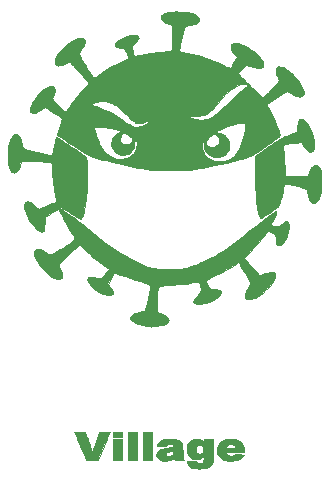
<source format=gbr>
%TF.GenerationSoftware,KiCad,Pcbnew,(5.1.10)-1*%
%TF.CreationDate,2021-09-01T23:06:20-05:00*%
%TF.ProjectId,Bsides-KC-2021-SAO-Village,42736964-6573-42d4-9b43-2d323032312d,rev?*%
%TF.SameCoordinates,Original*%
%TF.FileFunction,Legend,Top*%
%TF.FilePolarity,Positive*%
%FSLAX46Y46*%
G04 Gerber Fmt 4.6, Leading zero omitted, Abs format (unit mm)*
G04 Created by KiCad (PCBNEW (5.1.10)-1) date 2021-09-01 23:06:20*
%MOMM*%
%LPD*%
G01*
G04 APERTURE LIST*
%ADD10C,0.010000*%
G04 APERTURE END LIST*
D10*
%TO.C,G\u002A\u002A\u002A*%
G36*
X108535197Y-63104115D02*
G01*
X108805644Y-63118380D01*
X109065770Y-63143364D01*
X109304953Y-63178294D01*
X109500000Y-63219209D01*
X109668428Y-63271996D01*
X109823695Y-63340946D01*
X109960941Y-63422284D01*
X110075305Y-63512240D01*
X110161925Y-63607039D01*
X110215943Y-63702909D01*
X110232667Y-63787879D01*
X110212060Y-63887396D01*
X110151207Y-63978822D01*
X110051556Y-64061382D01*
X109914559Y-64134299D01*
X109741665Y-64196797D01*
X109534324Y-64248099D01*
X109301334Y-64286475D01*
X109194609Y-64301851D01*
X109102340Y-64317770D01*
X109033036Y-64332570D01*
X108995207Y-64344590D01*
X108991726Y-64346906D01*
X108980656Y-64373284D01*
X108961799Y-64435979D01*
X108936360Y-64529942D01*
X108905542Y-64650124D01*
X108870549Y-64791475D01*
X108832586Y-64948945D01*
X108792858Y-65117485D01*
X108752567Y-65292045D01*
X108712918Y-65467575D01*
X108675116Y-65639026D01*
X108640364Y-65801347D01*
X108611412Y-65941801D01*
X108587327Y-66068071D01*
X108567258Y-66186110D01*
X108552514Y-66287145D01*
X108544400Y-66362404D01*
X108543512Y-66397517D01*
X108549917Y-66484112D01*
X108698084Y-66522172D01*
X108768436Y-66538834D01*
X108870122Y-66561048D01*
X108992848Y-66586657D01*
X109126324Y-66613504D01*
X109229917Y-66633656D01*
X109653195Y-66719591D01*
X110042278Y-66809596D01*
X110405284Y-66906350D01*
X110750327Y-67012534D01*
X111085526Y-67130827D01*
X111418995Y-67263910D01*
X111758851Y-67414462D01*
X112113212Y-67585164D01*
X112116500Y-67586804D01*
X112245544Y-67650450D01*
X112372043Y-67711507D01*
X112487351Y-67765898D01*
X112582820Y-67809550D01*
X112649802Y-67838386D01*
X112653211Y-67839749D01*
X112798338Y-67897314D01*
X112850989Y-67848116D01*
X112900293Y-67792221D01*
X112963952Y-67705066D01*
X113037651Y-67593384D01*
X113117074Y-67463909D01*
X113197906Y-67323373D01*
X113256703Y-67215060D01*
X113386274Y-66969869D01*
X113235854Y-66770560D01*
X113120183Y-66605506D01*
X113026120Y-66446983D01*
X112954653Y-66298515D01*
X112906768Y-66163625D01*
X112883452Y-66045835D01*
X112885692Y-65948669D01*
X112914474Y-65875650D01*
X112970786Y-65830301D01*
X112972297Y-65829660D01*
X113057970Y-65805530D01*
X113170463Y-65790001D01*
X113294968Y-65783972D01*
X113416678Y-65788344D01*
X113492334Y-65798082D01*
X113695957Y-65847668D01*
X113907243Y-65922412D01*
X114122294Y-66019146D01*
X114337213Y-66134701D01*
X114548101Y-66265910D01*
X114751060Y-66409604D01*
X114942191Y-66562614D01*
X115117598Y-66721774D01*
X115273382Y-66883914D01*
X115405645Y-67045866D01*
X115510488Y-67204462D01*
X115584015Y-67356535D01*
X115622326Y-67498915D01*
X115625913Y-67532188D01*
X115621080Y-67663026D01*
X115585582Y-67764694D01*
X115519473Y-67837132D01*
X115422807Y-67880278D01*
X115300400Y-67894088D01*
X115209742Y-67886244D01*
X115085563Y-67863559D01*
X114933433Y-67827435D01*
X114758924Y-67779274D01*
X114567607Y-67720479D01*
X114431702Y-67675462D01*
X114217487Y-67602482D01*
X113482261Y-68338610D01*
X113778339Y-68637036D01*
X113876383Y-68735225D01*
X113992147Y-68850104D01*
X114122097Y-68978247D01*
X114262696Y-69116231D01*
X114410410Y-69260632D01*
X114561705Y-69408026D01*
X114713045Y-69554988D01*
X114860895Y-69698094D01*
X115001721Y-69833921D01*
X115131987Y-69959044D01*
X115248159Y-70070040D01*
X115346702Y-70163483D01*
X115424081Y-70235951D01*
X115476760Y-70284019D01*
X115493862Y-70298764D01*
X115549132Y-70342119D01*
X115585253Y-70361688D01*
X115614937Y-70361558D01*
X115646800Y-70347901D01*
X115678792Y-70324092D01*
X115735787Y-70273799D01*
X115813616Y-70201214D01*
X115908109Y-70110528D01*
X116015094Y-70005933D01*
X116130401Y-69891620D01*
X116249860Y-69771780D01*
X116369300Y-69650606D01*
X116484551Y-69532288D01*
X116591442Y-69421017D01*
X116685803Y-69320986D01*
X116763464Y-69236386D01*
X116820253Y-69171407D01*
X116833503Y-69155235D01*
X116894106Y-69077916D01*
X116933469Y-69017981D01*
X116952083Y-68965481D01*
X116950434Y-68910465D01*
X116929012Y-68842984D01*
X116888306Y-68753085D01*
X116856473Y-68687612D01*
X116786988Y-68532272D01*
X116741680Y-68396331D01*
X116717162Y-68267061D01*
X116710036Y-68137584D01*
X116718673Y-67988783D01*
X116746245Y-67877078D01*
X116794792Y-67800752D01*
X116866352Y-67758083D01*
X116962964Y-67747355D01*
X117086669Y-67766847D01*
X117134450Y-67779814D01*
X117285499Y-67836487D01*
X117455075Y-67921409D01*
X117635311Y-68029730D01*
X117818343Y-68156598D01*
X117996305Y-68297163D01*
X118053970Y-68346956D01*
X118206769Y-68493344D01*
X118357030Y-68658484D01*
X118501522Y-68837116D01*
X118637017Y-69023983D01*
X118760286Y-69213825D01*
X118868100Y-69401382D01*
X118957229Y-69581396D01*
X119024444Y-69748609D01*
X119066516Y-69897760D01*
X119080254Y-70018355D01*
X119063653Y-70125650D01*
X119016395Y-70207817D01*
X118941978Y-70264742D01*
X118843896Y-70296311D01*
X118725645Y-70302412D01*
X118590722Y-70282930D01*
X118442623Y-70237753D01*
X118284842Y-70166767D01*
X118120877Y-70069858D01*
X118092094Y-70050422D01*
X118026716Y-70009782D01*
X117940424Y-69961841D01*
X117851009Y-69916447D01*
X117844089Y-69913143D01*
X117687593Y-69838823D01*
X117535098Y-69915618D01*
X117456443Y-69957290D01*
X117355003Y-70013989D01*
X117243868Y-70078265D01*
X117136126Y-70142671D01*
X117136093Y-70142691D01*
X117050153Y-70195890D01*
X116945377Y-70262038D01*
X116826524Y-70338007D01*
X116698354Y-70420670D01*
X116565628Y-70506899D01*
X116433105Y-70593566D01*
X116305546Y-70677544D01*
X116187709Y-70755705D01*
X116084355Y-70824921D01*
X116000243Y-70882064D01*
X115940134Y-70924007D01*
X115908788Y-70947622D01*
X115905334Y-70951418D01*
X115914969Y-70972423D01*
X115941968Y-71025184D01*
X115983468Y-71104267D01*
X116036606Y-71204237D01*
X116098520Y-71319660D01*
X116131588Y-71380941D01*
X116264035Y-71631808D01*
X116393315Y-71887958D01*
X116516942Y-72143814D01*
X116632431Y-72393801D01*
X116737296Y-72632344D01*
X116829052Y-72853867D01*
X116905213Y-73052795D01*
X116963294Y-73223552D01*
X116983429Y-73291731D01*
X117015773Y-73431013D01*
X117025988Y-73538251D01*
X117014079Y-73617487D01*
X116983827Y-73668870D01*
X116946353Y-73702847D01*
X116878453Y-73757970D01*
X116784394Y-73831127D01*
X116668445Y-73919208D01*
X116534876Y-74019102D01*
X116387953Y-74127697D01*
X116231945Y-74241883D01*
X116071121Y-74358550D01*
X115909750Y-74474585D01*
X115752098Y-74586879D01*
X115602436Y-74692319D01*
X115465030Y-74787796D01*
X115344150Y-74870198D01*
X115249722Y-74932750D01*
X115115562Y-75017656D01*
X114983553Y-75096211D01*
X114850643Y-75169432D01*
X114713779Y-75238331D01*
X114569908Y-75303923D01*
X114415978Y-75367223D01*
X114248935Y-75429246D01*
X114065727Y-75491005D01*
X113863301Y-75553516D01*
X113638604Y-75617792D01*
X113388584Y-75684849D01*
X113110188Y-75755700D01*
X112800363Y-75831360D01*
X112456057Y-75912844D01*
X112074215Y-76001165D01*
X111947167Y-76030224D01*
X111541304Y-76121695D01*
X111172203Y-76202368D01*
X110835897Y-76272992D01*
X110528418Y-76334315D01*
X110245802Y-76387084D01*
X109984079Y-76432047D01*
X109739284Y-76469953D01*
X109507450Y-76501549D01*
X109343667Y-76521111D01*
X109235170Y-76530543D01*
X109090171Y-76538972D01*
X108914489Y-76546329D01*
X108713945Y-76552543D01*
X108494358Y-76557543D01*
X108261548Y-76561261D01*
X108021337Y-76563624D01*
X107779544Y-76564565D01*
X107541989Y-76564011D01*
X107314492Y-76561894D01*
X107102874Y-76558143D01*
X106912955Y-76552688D01*
X106867167Y-76550954D01*
X106694450Y-76543007D01*
X106535169Y-76533154D01*
X106381502Y-76520483D01*
X106225625Y-76504081D01*
X106059718Y-76483035D01*
X105875957Y-76456434D01*
X105666521Y-76423365D01*
X105423587Y-76382916D01*
X105417250Y-76381842D01*
X105074100Y-76321578D01*
X104722449Y-76255888D01*
X104365698Y-76185613D01*
X104007246Y-76111595D01*
X103650495Y-76034672D01*
X103298844Y-75955687D01*
X102955694Y-75875479D01*
X102624445Y-75794889D01*
X102308498Y-75714758D01*
X102011252Y-75635926D01*
X101736109Y-75559234D01*
X101486469Y-75485523D01*
X101265731Y-75415632D01*
X101077297Y-75350402D01*
X100924567Y-75290674D01*
X100832568Y-75248527D01*
X100711548Y-75183889D01*
X100557955Y-75095613D01*
X100373554Y-74984817D01*
X100160114Y-74852619D01*
X99919400Y-74700137D01*
X99653178Y-74528490D01*
X99363217Y-74338795D01*
X99051282Y-74132170D01*
X98749750Y-73930329D01*
X98613760Y-73838780D01*
X98488954Y-73754576D01*
X98379705Y-73680681D01*
X98290385Y-73620061D01*
X98225368Y-73575680D01*
X98189027Y-73550503D01*
X98183052Y-73546109D01*
X98185045Y-73522902D01*
X98199899Y-73466030D01*
X98225742Y-73381516D01*
X98260704Y-73275381D01*
X98302914Y-73153649D01*
X98318432Y-73110202D01*
X98370594Y-72963688D01*
X98371166Y-72962052D01*
X101345084Y-72962052D01*
X101345810Y-73015198D01*
X101349675Y-73056579D01*
X101366706Y-73155037D01*
X101399262Y-73284535D01*
X101444786Y-73437838D01*
X101500722Y-73607707D01*
X101564512Y-73786908D01*
X101633600Y-73968202D01*
X101705428Y-74144353D01*
X101777441Y-74308124D01*
X101832826Y-74424084D01*
X101982103Y-74683450D01*
X102156566Y-74916338D01*
X102352978Y-75120011D01*
X102568105Y-75291732D01*
X102798711Y-75428764D01*
X103041562Y-75528370D01*
X103184167Y-75567336D01*
X103315507Y-75586398D01*
X103471188Y-75592853D01*
X103635743Y-75587346D01*
X103793707Y-75570524D01*
X103929615Y-75543031D01*
X103956750Y-75535070D01*
X104119640Y-75476011D01*
X104262919Y-75405627D01*
X104404880Y-75314356D01*
X104468112Y-75267796D01*
X104593754Y-75161715D01*
X104692518Y-75051203D01*
X104770861Y-74926327D01*
X104835240Y-74777156D01*
X104881579Y-74631714D01*
X104908842Y-74510758D01*
X104913005Y-74479243D01*
X110451091Y-74479243D01*
X110465012Y-74619778D01*
X110493425Y-74767121D01*
X110535181Y-74913527D01*
X110589130Y-75051253D01*
X110654122Y-75172555D01*
X110656283Y-75175941D01*
X110772988Y-75324121D01*
X110922798Y-75461599D01*
X111096700Y-75581968D01*
X111285685Y-75678822D01*
X111443249Y-75735524D01*
X111662693Y-75781623D01*
X111898926Y-75800319D01*
X112136153Y-75791240D01*
X112346602Y-75756890D01*
X112599853Y-75678061D01*
X112832647Y-75565163D01*
X113046155Y-75417147D01*
X113241548Y-75232962D01*
X113419998Y-75011559D01*
X113582675Y-74751887D01*
X113681717Y-74559559D01*
X113788604Y-74313584D01*
X113878739Y-74056164D01*
X113953872Y-73780513D01*
X114015753Y-73479845D01*
X114066134Y-73147377D01*
X114083805Y-73000890D01*
X114097755Y-72874778D01*
X114109851Y-72760824D01*
X114119324Y-72666667D01*
X114125402Y-72599949D01*
X114127334Y-72569474D01*
X114126116Y-72552454D01*
X114118362Y-72540586D01*
X114097921Y-72533250D01*
X114058639Y-72529826D01*
X113994367Y-72529692D01*
X113898951Y-72532228D01*
X113793959Y-72535836D01*
X113576675Y-72548210D01*
X113387694Y-72568682D01*
X113256757Y-72591458D01*
X112913553Y-72682123D01*
X112560668Y-72807364D01*
X112206857Y-72963649D01*
X111860874Y-73147446D01*
X111821260Y-73170614D01*
X111734599Y-73222255D01*
X111680230Y-73256799D01*
X111653839Y-73278420D01*
X111651115Y-73291288D01*
X111667746Y-73299575D01*
X111683677Y-73303715D01*
X111866115Y-73349611D01*
X112013525Y-73392344D01*
X112132758Y-73434939D01*
X112230665Y-73480423D01*
X112314095Y-73531823D01*
X112389899Y-73592163D01*
X112437328Y-73636627D01*
X112565486Y-73790843D01*
X112660380Y-73964311D01*
X112721939Y-74151097D01*
X112750091Y-74345270D01*
X112744763Y-74540898D01*
X112705885Y-74732047D01*
X112633385Y-74912786D01*
X112527190Y-75077182D01*
X112455719Y-75157163D01*
X112300616Y-75285867D01*
X112129206Y-75376935D01*
X111938672Y-75431481D01*
X111726199Y-75450619D01*
X111714334Y-75450667D01*
X111497018Y-75431783D01*
X111298484Y-75375417D01*
X111119774Y-75281996D01*
X110961932Y-75151947D01*
X110946392Y-75135953D01*
X110815312Y-74977007D01*
X110719515Y-74809681D01*
X110655319Y-74625535D01*
X110619043Y-74416127D01*
X110615378Y-74377299D01*
X110602693Y-74262111D01*
X110586739Y-74186860D01*
X110566263Y-74149196D01*
X110540008Y-74146771D01*
X110507786Y-74175924D01*
X110471328Y-74249572D01*
X110452813Y-74353260D01*
X110451091Y-74479243D01*
X104913005Y-74479243D01*
X104925840Y-74382079D01*
X104932500Y-74255238D01*
X104928743Y-74139793D01*
X104928350Y-74137184D01*
X110790161Y-74137184D01*
X110791409Y-74185668D01*
X110829057Y-74282288D01*
X110899751Y-74379780D01*
X110995744Y-74467712D01*
X111007174Y-74476109D01*
X111088685Y-74528963D01*
X111162879Y-74560597D01*
X111246656Y-74576247D01*
X111345828Y-74581014D01*
X111434008Y-74577161D01*
X111510428Y-74559151D01*
X111597230Y-74521606D01*
X111603774Y-74518354D01*
X111725044Y-74437405D01*
X111814183Y-74330613D01*
X111873379Y-74195084D01*
X111886486Y-74144588D01*
X111900388Y-73992260D01*
X111874105Y-73848309D01*
X111809641Y-73717617D01*
X111709001Y-73605068D01*
X111645261Y-73556804D01*
X111552153Y-73500725D01*
X111478771Y-73473136D01*
X111414578Y-73472930D01*
X111349037Y-73498995D01*
X111312167Y-73521733D01*
X111177558Y-73620971D01*
X111056548Y-73728485D01*
X110953221Y-73839068D01*
X110871658Y-73947516D01*
X110815944Y-74048623D01*
X110790161Y-74137184D01*
X104928350Y-74137184D01*
X104914494Y-74045302D01*
X104889677Y-73981325D01*
X104886796Y-73977220D01*
X104851294Y-73935473D01*
X104823382Y-73912278D01*
X104821651Y-73911578D01*
X104795029Y-73923059D01*
X104771308Y-73974642D01*
X104751072Y-74064160D01*
X104734906Y-74189445D01*
X104729307Y-74254346D01*
X104712453Y-74408583D01*
X104687814Y-74537348D01*
X104666259Y-74608758D01*
X104579887Y-74783789D01*
X104465033Y-74932123D01*
X104326818Y-75052497D01*
X104170364Y-75143646D01*
X104000793Y-75204307D01*
X103823227Y-75233216D01*
X103642787Y-75229109D01*
X103464595Y-75190721D01*
X103293773Y-75116789D01*
X103135443Y-75006050D01*
X103118147Y-74990788D01*
X103002293Y-74862677D01*
X102905808Y-74709612D01*
X102833884Y-74542939D01*
X102791716Y-74374007D01*
X102782691Y-74257812D01*
X102803639Y-74089644D01*
X102862802Y-73917501D01*
X102865051Y-73913453D01*
X103544465Y-73913453D01*
X103556487Y-74055211D01*
X103593137Y-74166360D01*
X103656746Y-74248769D01*
X103749647Y-74304305D01*
X103874170Y-74334837D01*
X104032649Y-74342233D01*
X104077827Y-74340686D01*
X104196393Y-74328624D01*
X104290427Y-74306041D01*
X104319994Y-74293837D01*
X104388946Y-74243098D01*
X104457157Y-74165919D01*
X104513863Y-74076989D01*
X104548295Y-73990996D01*
X104550976Y-73978717D01*
X104547409Y-73895152D01*
X104505731Y-73806377D01*
X104425193Y-73711577D01*
X104305044Y-73609940D01*
X104144537Y-73500651D01*
X104068385Y-73454326D01*
X103971052Y-73402481D01*
X103895355Y-73379301D01*
X103831206Y-73385418D01*
X103768521Y-73421464D01*
X103708097Y-73476875D01*
X103625266Y-73578481D01*
X103573417Y-73687985D01*
X103548368Y-73816553D01*
X103544465Y-73913453D01*
X102865051Y-73913453D01*
X102957274Y-73747466D01*
X103084149Y-73585626D01*
X103123372Y-73544339D01*
X103201434Y-73471772D01*
X103272709Y-73423015D01*
X103354337Y-73386957D01*
X103379570Y-73378224D01*
X103481694Y-73341314D01*
X103546054Y-73310170D01*
X103576369Y-73282129D01*
X103576361Y-73254524D01*
X103568582Y-73242865D01*
X103516881Y-73201833D01*
X103430020Y-73157045D01*
X103314745Y-73110748D01*
X103177801Y-73065190D01*
X103025934Y-73022619D01*
X102865889Y-72985283D01*
X102707563Y-72955931D01*
X102519417Y-72929059D01*
X102327623Y-72907441D01*
X102137995Y-72891259D01*
X101956345Y-72880695D01*
X101788487Y-72875930D01*
X101640235Y-72877147D01*
X101517403Y-72884528D01*
X101425803Y-72898255D01*
X101378146Y-72914335D01*
X101355066Y-72932414D01*
X101345084Y-72962052D01*
X98371166Y-72962052D01*
X98423923Y-72811218D01*
X98474469Y-72664269D01*
X98518282Y-72534324D01*
X98550919Y-72434417D01*
X98631660Y-72180417D01*
X98554318Y-72111133D01*
X98480847Y-72050788D01*
X98378806Y-71976056D01*
X98246479Y-71885798D01*
X98082148Y-71778873D01*
X97884095Y-71654141D01*
X97650604Y-71510461D01*
X97638923Y-71503341D01*
X97512439Y-71426462D01*
X97398220Y-71357398D01*
X97301118Y-71299055D01*
X97225990Y-71254340D01*
X97177690Y-71226160D01*
X97161139Y-71217334D01*
X97141333Y-71228323D01*
X97093162Y-71258373D01*
X97023510Y-71303102D01*
X96939262Y-71358131D01*
X96924665Y-71367746D01*
X96752516Y-71477133D01*
X96605741Y-71560440D01*
X96478346Y-71620017D01*
X96364339Y-71658213D01*
X96257726Y-71677381D01*
X96152516Y-71679869D01*
X96131974Y-71678635D01*
X96034498Y-71664215D01*
X95969746Y-71633000D01*
X95930914Y-71577857D01*
X95911195Y-71491654D01*
X95906864Y-71442747D01*
X95908486Y-71324289D01*
X95930261Y-71202875D01*
X95974646Y-71069723D01*
X96044098Y-70916052D01*
X96066758Y-70871277D01*
X96179666Y-70672586D01*
X96310746Y-70476821D01*
X96456316Y-70287219D01*
X96612697Y-70107013D01*
X96776207Y-69939439D01*
X96943163Y-69787731D01*
X97109886Y-69655123D01*
X97272693Y-69544851D01*
X97427904Y-69460148D01*
X97571837Y-69404251D01*
X97700811Y-69380393D01*
X97761827Y-69381843D01*
X97856728Y-69410745D01*
X97927058Y-69471174D01*
X97972433Y-69559910D01*
X97992469Y-69673736D01*
X97986782Y-69809435D01*
X97954988Y-69963789D01*
X97896703Y-70133579D01*
X97861284Y-70215129D01*
X97816533Y-70319317D01*
X97793819Y-70397833D01*
X97793346Y-70461272D01*
X97815320Y-70520230D01*
X97859944Y-70585305D01*
X97868651Y-70596308D01*
X97922919Y-70659470D01*
X97997784Y-70739974D01*
X98088801Y-70833625D01*
X98191527Y-70936226D01*
X98301516Y-71043580D01*
X98414326Y-71151491D01*
X98525511Y-71255762D01*
X98630627Y-71352198D01*
X98725232Y-71436601D01*
X98804879Y-71504775D01*
X98865126Y-71552524D01*
X98901528Y-71575652D01*
X98907406Y-71577167D01*
X98937928Y-71558824D01*
X98988141Y-71504501D01*
X99057233Y-71415253D01*
X99144393Y-71292137D01*
X99248809Y-71136210D01*
X99264559Y-71112127D01*
X99357354Y-70973253D01*
X101106521Y-70973253D01*
X101159122Y-71018498D01*
X101199585Y-71042388D01*
X101270659Y-71073816D01*
X101362254Y-71108667D01*
X101462403Y-71142237D01*
X101841934Y-71268958D01*
X102191909Y-71403130D01*
X102525058Y-71550148D01*
X102854107Y-71715408D01*
X102994396Y-71791693D01*
X103133174Y-71870290D01*
X103256255Y-71943942D01*
X103372125Y-72018452D01*
X103489268Y-72099619D01*
X103616171Y-72193245D01*
X103761318Y-72305129D01*
X103864976Y-72386832D01*
X104066148Y-72539326D01*
X104247167Y-72659961D01*
X104413697Y-72750429D01*
X104571399Y-72812421D01*
X104725938Y-72847629D01*
X104882975Y-72857745D01*
X105048174Y-72844461D01*
X105227198Y-72809469D01*
X105255921Y-72802369D01*
X105357275Y-72771746D01*
X105470612Y-72730052D01*
X105567570Y-72688062D01*
X105648520Y-72643603D01*
X105729101Y-72589791D01*
X105805310Y-72530829D01*
X105873146Y-72470919D01*
X105928608Y-72414264D01*
X105967694Y-72365065D01*
X105986402Y-72327526D01*
X105980731Y-72305848D01*
X105946680Y-72304234D01*
X105928761Y-72308753D01*
X105888219Y-72323612D01*
X105821907Y-72350757D01*
X105742582Y-72384927D01*
X105723677Y-72393299D01*
X105560058Y-72459070D01*
X105411215Y-72501437D01*
X105259533Y-72524249D01*
X105092407Y-72531340D01*
X104992388Y-72531118D01*
X104922749Y-72527709D01*
X104871545Y-72518649D01*
X104826827Y-72501471D01*
X104776649Y-72473710D01*
X104757532Y-72462215D01*
X104686839Y-72415313D01*
X104602839Y-72351657D01*
X104502944Y-72268966D01*
X104384567Y-72164959D01*
X104245117Y-72037357D01*
X104194665Y-71989883D01*
X109365025Y-71989883D01*
X109368165Y-72006391D01*
X109395544Y-72026287D01*
X109444578Y-72050216D01*
X109465375Y-72059236D01*
X109535637Y-72086723D01*
X109627953Y-72119643D01*
X109723785Y-72151416D01*
X109735250Y-72155030D01*
X109817775Y-72179894D01*
X109895127Y-72200522D01*
X109979113Y-72219601D01*
X110081536Y-72239816D01*
X110211500Y-72263375D01*
X110296910Y-72270217D01*
X110410484Y-72267830D01*
X110539363Y-72257450D01*
X110670693Y-72240315D01*
X110791616Y-72217660D01*
X110855543Y-72201437D01*
X110963627Y-72166527D01*
X111079481Y-72123483D01*
X111180228Y-72080874D01*
X111191504Y-72075584D01*
X111276362Y-72029572D01*
X111376393Y-71964826D01*
X111493126Y-71880042D01*
X111628086Y-71773918D01*
X111782801Y-71645148D01*
X111958799Y-71492429D01*
X112157605Y-71314456D01*
X112380748Y-71109925D01*
X112629754Y-70877532D01*
X112906150Y-70615973D01*
X112953905Y-70570484D01*
X113199959Y-70336822D01*
X113417153Y-70132546D01*
X113606347Y-69956897D01*
X113768402Y-69809113D01*
X113904176Y-69688436D01*
X114014531Y-69594104D01*
X114100325Y-69525358D01*
X114162420Y-69481436D01*
X114201675Y-69461580D01*
X114209971Y-69460176D01*
X114265482Y-69447643D01*
X114289409Y-69416270D01*
X114283493Y-69373329D01*
X114249471Y-69326090D01*
X114189083Y-69281824D01*
X114164353Y-69269420D01*
X114077403Y-69239957D01*
X113983308Y-69230334D01*
X113871934Y-69240567D01*
X113735783Y-69269992D01*
X113491363Y-69349542D01*
X113239907Y-69463794D01*
X113052542Y-69569682D01*
X112929980Y-69655871D01*
X112785950Y-69776690D01*
X112621598Y-69930983D01*
X112438068Y-70117590D01*
X112236506Y-70335355D01*
X112018055Y-70583120D01*
X111820767Y-70815464D01*
X111647907Y-71020782D01*
X111497763Y-71195482D01*
X111367192Y-71342464D01*
X111253051Y-71464629D01*
X111152199Y-71564876D01*
X111061493Y-71646107D01*
X110977790Y-71711221D01*
X110897948Y-71763118D01*
X110818824Y-71804700D01*
X110737277Y-71838866D01*
X110695933Y-71853626D01*
X110647839Y-71868308D01*
X110594628Y-71880407D01*
X110530323Y-71890544D01*
X110448945Y-71899338D01*
X110344515Y-71907412D01*
X110211055Y-71915384D01*
X110042587Y-71923877D01*
X109999834Y-71925896D01*
X109803303Y-71935608D01*
X109646507Y-71944842D01*
X109526865Y-71954243D01*
X109441792Y-71964453D01*
X109388707Y-71976118D01*
X109365025Y-71989883D01*
X104194665Y-71989883D01*
X104082008Y-71883878D01*
X103892650Y-71702241D01*
X103868525Y-71678913D01*
X103689146Y-71507739D01*
X103532624Y-71364155D01*
X103393724Y-71244082D01*
X103267209Y-71143443D01*
X103147845Y-71058157D01*
X103030396Y-70984147D01*
X102909627Y-70917333D01*
X102856084Y-70890153D01*
X102707369Y-70819979D01*
X102579196Y-70769397D01*
X102457559Y-70734819D01*
X102328452Y-70712658D01*
X102177869Y-70699329D01*
X102094084Y-70695025D01*
X101898528Y-70694436D01*
X101712096Y-70708918D01*
X101540770Y-70737053D01*
X101390530Y-70777426D01*
X101267359Y-70828619D01*
X101177239Y-70889215D01*
X101149371Y-70918779D01*
X101106521Y-70973253D01*
X99357354Y-70973253D01*
X99408461Y-70896768D01*
X99552198Y-70693132D01*
X99700942Y-70494754D01*
X99859865Y-70295168D01*
X100034138Y-70087908D01*
X100228933Y-69866511D01*
X100449421Y-69624509D01*
X100486709Y-69584221D01*
X100583694Y-69478707D01*
X100670272Y-69382746D01*
X100742481Y-69300874D01*
X100796359Y-69237630D01*
X100827943Y-69197550D01*
X100834667Y-69185761D01*
X100821491Y-69157741D01*
X100784564Y-69102635D01*
X100727787Y-69025406D01*
X100655063Y-68931021D01*
X100570293Y-68824446D01*
X100477379Y-68710648D01*
X100380223Y-68594591D01*
X100282726Y-68481241D01*
X100267129Y-68463430D01*
X100205764Y-68394867D01*
X100126416Y-68308215D01*
X100033120Y-68207703D01*
X99929912Y-68097555D01*
X99820829Y-67981997D01*
X99709905Y-67865256D01*
X99601178Y-67751558D01*
X99498684Y-67645128D01*
X99406457Y-67550192D01*
X99328535Y-67470977D01*
X99268954Y-67411708D01*
X99231748Y-67376612D01*
X99221783Y-67368886D01*
X99198210Y-67374577D01*
X99143044Y-67394695D01*
X99063370Y-67426461D01*
X98966274Y-67467094D01*
X98912373Y-67490316D01*
X98737607Y-67563552D01*
X98593241Y-67617361D01*
X98473008Y-67653474D01*
X98370640Y-67673618D01*
X98279870Y-67679524D01*
X98234074Y-67677452D01*
X98158596Y-67666968D01*
X98107729Y-67645994D01*
X98063853Y-67606945D01*
X98059776Y-67602432D01*
X98004066Y-67509409D01*
X97981427Y-67395408D01*
X97990037Y-67263425D01*
X98028076Y-67116453D01*
X98093722Y-66957488D01*
X98185155Y-66789523D01*
X98300551Y-66615553D01*
X98438092Y-66438573D01*
X98595954Y-66261578D01*
X98772318Y-66087561D01*
X98965362Y-65919517D01*
X99173264Y-65760441D01*
X99185244Y-65751905D01*
X99394238Y-65613984D01*
X99593498Y-65502908D01*
X99780630Y-65419005D01*
X99953244Y-65362604D01*
X100108948Y-65334036D01*
X100245350Y-65333629D01*
X100360060Y-65361713D01*
X100450685Y-65418618D01*
X100514833Y-65504672D01*
X100538241Y-65565512D01*
X100548674Y-65641541D01*
X100538206Y-65729916D01*
X100505353Y-65834350D01*
X100448632Y-65958556D01*
X100366560Y-66106247D01*
X100257654Y-66281136D01*
X100243958Y-66302215D01*
X100184935Y-66395488D01*
X100133519Y-66481860D01*
X100094906Y-66552245D01*
X100074295Y-66597556D01*
X100073428Y-66600345D01*
X100065198Y-66659760D01*
X100074210Y-66729720D01*
X100102419Y-66817257D01*
X100151781Y-66929399D01*
X100182113Y-66991152D01*
X100241075Y-67102322D01*
X100319511Y-67241077D01*
X100413225Y-67400715D01*
X100518021Y-67574531D01*
X100629704Y-67755823D01*
X100744079Y-67937886D01*
X100856951Y-68114017D01*
X100964123Y-68277512D01*
X101061400Y-68421668D01*
X101144587Y-68539782D01*
X101186691Y-68596273D01*
X101281535Y-68719529D01*
X101349143Y-68685224D01*
X101386056Y-68663688D01*
X101452010Y-68622365D01*
X101540962Y-68565156D01*
X101646868Y-68495966D01*
X101763686Y-68418697D01*
X101821119Y-68380380D01*
X102136581Y-68173025D01*
X102430385Y-67988250D01*
X102712452Y-67820444D01*
X102992705Y-67663998D01*
X103281067Y-67513299D01*
X103587461Y-67362739D01*
X103787417Y-67268586D01*
X103913871Y-67209811D01*
X104026824Y-67157186D01*
X104120839Y-67113254D01*
X104190480Y-67080557D01*
X104230312Y-67061638D01*
X104237617Y-67057978D01*
X104231392Y-67038187D01*
X104210750Y-66985282D01*
X104178047Y-66905018D01*
X104135636Y-66803150D01*
X104085874Y-66685433D01*
X104068789Y-66645372D01*
X104007049Y-66500928D01*
X103957421Y-66390201D01*
X103914428Y-66308398D01*
X103872593Y-66250731D01*
X103826441Y-66212406D01*
X103770494Y-66188635D01*
X103699277Y-66174626D01*
X103607313Y-66165587D01*
X103512250Y-66158500D01*
X103364075Y-66143482D01*
X103252335Y-66122643D01*
X103171326Y-66094226D01*
X103115345Y-66056476D01*
X103091683Y-66029026D01*
X103060996Y-65951660D01*
X103068179Y-65865743D01*
X103110219Y-65773716D01*
X103184105Y-65678017D01*
X103286823Y-65581084D01*
X103415362Y-65485356D01*
X103566708Y-65393272D01*
X103737849Y-65307270D01*
X103925774Y-65229789D01*
X104127469Y-65163268D01*
X104179000Y-65148822D01*
X104291977Y-65121426D01*
X104396846Y-65104249D01*
X104511015Y-65095119D01*
X104634084Y-65092003D01*
X104780820Y-65094399D01*
X104891811Y-65106100D01*
X104973007Y-65129114D01*
X105030362Y-65165449D01*
X105069830Y-65217116D01*
X105082230Y-65243213D01*
X105099665Y-65314311D01*
X105090569Y-65386872D01*
X105052620Y-65464678D01*
X104983499Y-65551509D01*
X104880885Y-65651147D01*
X104778439Y-65738281D01*
X104685028Y-65818991D01*
X104622064Y-65886864D01*
X104583999Y-65951350D01*
X104565288Y-66021901D01*
X104560384Y-66107965D01*
X104560388Y-66109824D01*
X104564666Y-66200128D01*
X104575802Y-66317751D01*
X104591930Y-66448589D01*
X104611183Y-66578536D01*
X104631695Y-66693488D01*
X104646388Y-66759819D01*
X104663042Y-66818511D01*
X104682386Y-66846906D01*
X104717008Y-66855864D01*
X104758305Y-66856379D01*
X104813225Y-66852156D01*
X104898024Y-66841118D01*
X105001106Y-66824944D01*
X105110334Y-66805417D01*
X105331197Y-66763525D01*
X105516259Y-66728776D01*
X105671261Y-66700181D01*
X105801946Y-66676753D01*
X105914057Y-66657504D01*
X106013337Y-66641448D01*
X106105529Y-66627595D01*
X106196376Y-66614958D01*
X106285084Y-66603382D01*
X106420125Y-66587179D01*
X106581067Y-66569432D01*
X106751601Y-66551853D01*
X106915417Y-66536149D01*
X106988404Y-66529648D01*
X107222910Y-66507167D01*
X107423860Y-66483176D01*
X107589094Y-66458007D01*
X107716454Y-66431991D01*
X107803778Y-66405461D01*
X107807967Y-66403747D01*
X107861705Y-66370284D01*
X107887194Y-66319129D01*
X107890446Y-66303595D01*
X107894640Y-66261879D01*
X107899403Y-66183540D01*
X107904574Y-66074283D01*
X107909990Y-65939812D01*
X107915492Y-65785832D01*
X107920917Y-65618047D01*
X107926105Y-65442162D01*
X107930894Y-65263881D01*
X107935124Y-65088909D01*
X107938633Y-64922950D01*
X107941260Y-64771708D01*
X107942843Y-64640888D01*
X107943222Y-64536195D01*
X107942341Y-64466844D01*
X107936084Y-64246271D01*
X107692667Y-64168929D01*
X107585068Y-64132947D01*
X107481027Y-64095027D01*
X107393653Y-64060118D01*
X107343417Y-64037097D01*
X107195205Y-63947274D01*
X107079704Y-63848444D01*
X106999625Y-63743775D01*
X106957677Y-63636435D01*
X106951834Y-63579674D01*
X106954849Y-63524670D01*
X106968685Y-63482433D01*
X107000529Y-63439349D01*
X107054973Y-63384304D01*
X107149243Y-63309007D01*
X107263806Y-63247223D01*
X107402957Y-63197716D01*
X107570992Y-63159249D01*
X107772209Y-63130588D01*
X108005824Y-63110817D01*
X108265050Y-63101337D01*
X108535197Y-63104115D01*
G37*
X108535197Y-63104115D02*
X108805644Y-63118380D01*
X109065770Y-63143364D01*
X109304953Y-63178294D01*
X109500000Y-63219209D01*
X109668428Y-63271996D01*
X109823695Y-63340946D01*
X109960941Y-63422284D01*
X110075305Y-63512240D01*
X110161925Y-63607039D01*
X110215943Y-63702909D01*
X110232667Y-63787879D01*
X110212060Y-63887396D01*
X110151207Y-63978822D01*
X110051556Y-64061382D01*
X109914559Y-64134299D01*
X109741665Y-64196797D01*
X109534324Y-64248099D01*
X109301334Y-64286475D01*
X109194609Y-64301851D01*
X109102340Y-64317770D01*
X109033036Y-64332570D01*
X108995207Y-64344590D01*
X108991726Y-64346906D01*
X108980656Y-64373284D01*
X108961799Y-64435979D01*
X108936360Y-64529942D01*
X108905542Y-64650124D01*
X108870549Y-64791475D01*
X108832586Y-64948945D01*
X108792858Y-65117485D01*
X108752567Y-65292045D01*
X108712918Y-65467575D01*
X108675116Y-65639026D01*
X108640364Y-65801347D01*
X108611412Y-65941801D01*
X108587327Y-66068071D01*
X108567258Y-66186110D01*
X108552514Y-66287145D01*
X108544400Y-66362404D01*
X108543512Y-66397517D01*
X108549917Y-66484112D01*
X108698084Y-66522172D01*
X108768436Y-66538834D01*
X108870122Y-66561048D01*
X108992848Y-66586657D01*
X109126324Y-66613504D01*
X109229917Y-66633656D01*
X109653195Y-66719591D01*
X110042278Y-66809596D01*
X110405284Y-66906350D01*
X110750327Y-67012534D01*
X111085526Y-67130827D01*
X111418995Y-67263910D01*
X111758851Y-67414462D01*
X112113212Y-67585164D01*
X112116500Y-67586804D01*
X112245544Y-67650450D01*
X112372043Y-67711507D01*
X112487351Y-67765898D01*
X112582820Y-67809550D01*
X112649802Y-67838386D01*
X112653211Y-67839749D01*
X112798338Y-67897314D01*
X112850989Y-67848116D01*
X112900293Y-67792221D01*
X112963952Y-67705066D01*
X113037651Y-67593384D01*
X113117074Y-67463909D01*
X113197906Y-67323373D01*
X113256703Y-67215060D01*
X113386274Y-66969869D01*
X113235854Y-66770560D01*
X113120183Y-66605506D01*
X113026120Y-66446983D01*
X112954653Y-66298515D01*
X112906768Y-66163625D01*
X112883452Y-66045835D01*
X112885692Y-65948669D01*
X112914474Y-65875650D01*
X112970786Y-65830301D01*
X112972297Y-65829660D01*
X113057970Y-65805530D01*
X113170463Y-65790001D01*
X113294968Y-65783972D01*
X113416678Y-65788344D01*
X113492334Y-65798082D01*
X113695957Y-65847668D01*
X113907243Y-65922412D01*
X114122294Y-66019146D01*
X114337213Y-66134701D01*
X114548101Y-66265910D01*
X114751060Y-66409604D01*
X114942191Y-66562614D01*
X115117598Y-66721774D01*
X115273382Y-66883914D01*
X115405645Y-67045866D01*
X115510488Y-67204462D01*
X115584015Y-67356535D01*
X115622326Y-67498915D01*
X115625913Y-67532188D01*
X115621080Y-67663026D01*
X115585582Y-67764694D01*
X115519473Y-67837132D01*
X115422807Y-67880278D01*
X115300400Y-67894088D01*
X115209742Y-67886244D01*
X115085563Y-67863559D01*
X114933433Y-67827435D01*
X114758924Y-67779274D01*
X114567607Y-67720479D01*
X114431702Y-67675462D01*
X114217487Y-67602482D01*
X113482261Y-68338610D01*
X113778339Y-68637036D01*
X113876383Y-68735225D01*
X113992147Y-68850104D01*
X114122097Y-68978247D01*
X114262696Y-69116231D01*
X114410410Y-69260632D01*
X114561705Y-69408026D01*
X114713045Y-69554988D01*
X114860895Y-69698094D01*
X115001721Y-69833921D01*
X115131987Y-69959044D01*
X115248159Y-70070040D01*
X115346702Y-70163483D01*
X115424081Y-70235951D01*
X115476760Y-70284019D01*
X115493862Y-70298764D01*
X115549132Y-70342119D01*
X115585253Y-70361688D01*
X115614937Y-70361558D01*
X115646800Y-70347901D01*
X115678792Y-70324092D01*
X115735787Y-70273799D01*
X115813616Y-70201214D01*
X115908109Y-70110528D01*
X116015094Y-70005933D01*
X116130401Y-69891620D01*
X116249860Y-69771780D01*
X116369300Y-69650606D01*
X116484551Y-69532288D01*
X116591442Y-69421017D01*
X116685803Y-69320986D01*
X116763464Y-69236386D01*
X116820253Y-69171407D01*
X116833503Y-69155235D01*
X116894106Y-69077916D01*
X116933469Y-69017981D01*
X116952083Y-68965481D01*
X116950434Y-68910465D01*
X116929012Y-68842984D01*
X116888306Y-68753085D01*
X116856473Y-68687612D01*
X116786988Y-68532272D01*
X116741680Y-68396331D01*
X116717162Y-68267061D01*
X116710036Y-68137584D01*
X116718673Y-67988783D01*
X116746245Y-67877078D01*
X116794792Y-67800752D01*
X116866352Y-67758083D01*
X116962964Y-67747355D01*
X117086669Y-67766847D01*
X117134450Y-67779814D01*
X117285499Y-67836487D01*
X117455075Y-67921409D01*
X117635311Y-68029730D01*
X117818343Y-68156598D01*
X117996305Y-68297163D01*
X118053970Y-68346956D01*
X118206769Y-68493344D01*
X118357030Y-68658484D01*
X118501522Y-68837116D01*
X118637017Y-69023983D01*
X118760286Y-69213825D01*
X118868100Y-69401382D01*
X118957229Y-69581396D01*
X119024444Y-69748609D01*
X119066516Y-69897760D01*
X119080254Y-70018355D01*
X119063653Y-70125650D01*
X119016395Y-70207817D01*
X118941978Y-70264742D01*
X118843896Y-70296311D01*
X118725645Y-70302412D01*
X118590722Y-70282930D01*
X118442623Y-70237753D01*
X118284842Y-70166767D01*
X118120877Y-70069858D01*
X118092094Y-70050422D01*
X118026716Y-70009782D01*
X117940424Y-69961841D01*
X117851009Y-69916447D01*
X117844089Y-69913143D01*
X117687593Y-69838823D01*
X117535098Y-69915618D01*
X117456443Y-69957290D01*
X117355003Y-70013989D01*
X117243868Y-70078265D01*
X117136126Y-70142671D01*
X117136093Y-70142691D01*
X117050153Y-70195890D01*
X116945377Y-70262038D01*
X116826524Y-70338007D01*
X116698354Y-70420670D01*
X116565628Y-70506899D01*
X116433105Y-70593566D01*
X116305546Y-70677544D01*
X116187709Y-70755705D01*
X116084355Y-70824921D01*
X116000243Y-70882064D01*
X115940134Y-70924007D01*
X115908788Y-70947622D01*
X115905334Y-70951418D01*
X115914969Y-70972423D01*
X115941968Y-71025184D01*
X115983468Y-71104267D01*
X116036606Y-71204237D01*
X116098520Y-71319660D01*
X116131588Y-71380941D01*
X116264035Y-71631808D01*
X116393315Y-71887958D01*
X116516942Y-72143814D01*
X116632431Y-72393801D01*
X116737296Y-72632344D01*
X116829052Y-72853867D01*
X116905213Y-73052795D01*
X116963294Y-73223552D01*
X116983429Y-73291731D01*
X117015773Y-73431013D01*
X117025988Y-73538251D01*
X117014079Y-73617487D01*
X116983827Y-73668870D01*
X116946353Y-73702847D01*
X116878453Y-73757970D01*
X116784394Y-73831127D01*
X116668445Y-73919208D01*
X116534876Y-74019102D01*
X116387953Y-74127697D01*
X116231945Y-74241883D01*
X116071121Y-74358550D01*
X115909750Y-74474585D01*
X115752098Y-74586879D01*
X115602436Y-74692319D01*
X115465030Y-74787796D01*
X115344150Y-74870198D01*
X115249722Y-74932750D01*
X115115562Y-75017656D01*
X114983553Y-75096211D01*
X114850643Y-75169432D01*
X114713779Y-75238331D01*
X114569908Y-75303923D01*
X114415978Y-75367223D01*
X114248935Y-75429246D01*
X114065727Y-75491005D01*
X113863301Y-75553516D01*
X113638604Y-75617792D01*
X113388584Y-75684849D01*
X113110188Y-75755700D01*
X112800363Y-75831360D01*
X112456057Y-75912844D01*
X112074215Y-76001165D01*
X111947167Y-76030224D01*
X111541304Y-76121695D01*
X111172203Y-76202368D01*
X110835897Y-76272992D01*
X110528418Y-76334315D01*
X110245802Y-76387084D01*
X109984079Y-76432047D01*
X109739284Y-76469953D01*
X109507450Y-76501549D01*
X109343667Y-76521111D01*
X109235170Y-76530543D01*
X109090171Y-76538972D01*
X108914489Y-76546329D01*
X108713945Y-76552543D01*
X108494358Y-76557543D01*
X108261548Y-76561261D01*
X108021337Y-76563624D01*
X107779544Y-76564565D01*
X107541989Y-76564011D01*
X107314492Y-76561894D01*
X107102874Y-76558143D01*
X106912955Y-76552688D01*
X106867167Y-76550954D01*
X106694450Y-76543007D01*
X106535169Y-76533154D01*
X106381502Y-76520483D01*
X106225625Y-76504081D01*
X106059718Y-76483035D01*
X105875957Y-76456434D01*
X105666521Y-76423365D01*
X105423587Y-76382916D01*
X105417250Y-76381842D01*
X105074100Y-76321578D01*
X104722449Y-76255888D01*
X104365698Y-76185613D01*
X104007246Y-76111595D01*
X103650495Y-76034672D01*
X103298844Y-75955687D01*
X102955694Y-75875479D01*
X102624445Y-75794889D01*
X102308498Y-75714758D01*
X102011252Y-75635926D01*
X101736109Y-75559234D01*
X101486469Y-75485523D01*
X101265731Y-75415632D01*
X101077297Y-75350402D01*
X100924567Y-75290674D01*
X100832568Y-75248527D01*
X100711548Y-75183889D01*
X100557955Y-75095613D01*
X100373554Y-74984817D01*
X100160114Y-74852619D01*
X99919400Y-74700137D01*
X99653178Y-74528490D01*
X99363217Y-74338795D01*
X99051282Y-74132170D01*
X98749750Y-73930329D01*
X98613760Y-73838780D01*
X98488954Y-73754576D01*
X98379705Y-73680681D01*
X98290385Y-73620061D01*
X98225368Y-73575680D01*
X98189027Y-73550503D01*
X98183052Y-73546109D01*
X98185045Y-73522902D01*
X98199899Y-73466030D01*
X98225742Y-73381516D01*
X98260704Y-73275381D01*
X98302914Y-73153649D01*
X98318432Y-73110202D01*
X98370594Y-72963688D01*
X98371166Y-72962052D01*
X101345084Y-72962052D01*
X101345810Y-73015198D01*
X101349675Y-73056579D01*
X101366706Y-73155037D01*
X101399262Y-73284535D01*
X101444786Y-73437838D01*
X101500722Y-73607707D01*
X101564512Y-73786908D01*
X101633600Y-73968202D01*
X101705428Y-74144353D01*
X101777441Y-74308124D01*
X101832826Y-74424084D01*
X101982103Y-74683450D01*
X102156566Y-74916338D01*
X102352978Y-75120011D01*
X102568105Y-75291732D01*
X102798711Y-75428764D01*
X103041562Y-75528370D01*
X103184167Y-75567336D01*
X103315507Y-75586398D01*
X103471188Y-75592853D01*
X103635743Y-75587346D01*
X103793707Y-75570524D01*
X103929615Y-75543031D01*
X103956750Y-75535070D01*
X104119640Y-75476011D01*
X104262919Y-75405627D01*
X104404880Y-75314356D01*
X104468112Y-75267796D01*
X104593754Y-75161715D01*
X104692518Y-75051203D01*
X104770861Y-74926327D01*
X104835240Y-74777156D01*
X104881579Y-74631714D01*
X104908842Y-74510758D01*
X104913005Y-74479243D01*
X110451091Y-74479243D01*
X110465012Y-74619778D01*
X110493425Y-74767121D01*
X110535181Y-74913527D01*
X110589130Y-75051253D01*
X110654122Y-75172555D01*
X110656283Y-75175941D01*
X110772988Y-75324121D01*
X110922798Y-75461599D01*
X111096700Y-75581968D01*
X111285685Y-75678822D01*
X111443249Y-75735524D01*
X111662693Y-75781623D01*
X111898926Y-75800319D01*
X112136153Y-75791240D01*
X112346602Y-75756890D01*
X112599853Y-75678061D01*
X112832647Y-75565163D01*
X113046155Y-75417147D01*
X113241548Y-75232962D01*
X113419998Y-75011559D01*
X113582675Y-74751887D01*
X113681717Y-74559559D01*
X113788604Y-74313584D01*
X113878739Y-74056164D01*
X113953872Y-73780513D01*
X114015753Y-73479845D01*
X114066134Y-73147377D01*
X114083805Y-73000890D01*
X114097755Y-72874778D01*
X114109851Y-72760824D01*
X114119324Y-72666667D01*
X114125402Y-72599949D01*
X114127334Y-72569474D01*
X114126116Y-72552454D01*
X114118362Y-72540586D01*
X114097921Y-72533250D01*
X114058639Y-72529826D01*
X113994367Y-72529692D01*
X113898951Y-72532228D01*
X113793959Y-72535836D01*
X113576675Y-72548210D01*
X113387694Y-72568682D01*
X113256757Y-72591458D01*
X112913553Y-72682123D01*
X112560668Y-72807364D01*
X112206857Y-72963649D01*
X111860874Y-73147446D01*
X111821260Y-73170614D01*
X111734599Y-73222255D01*
X111680230Y-73256799D01*
X111653839Y-73278420D01*
X111651115Y-73291288D01*
X111667746Y-73299575D01*
X111683677Y-73303715D01*
X111866115Y-73349611D01*
X112013525Y-73392344D01*
X112132758Y-73434939D01*
X112230665Y-73480423D01*
X112314095Y-73531823D01*
X112389899Y-73592163D01*
X112437328Y-73636627D01*
X112565486Y-73790843D01*
X112660380Y-73964311D01*
X112721939Y-74151097D01*
X112750091Y-74345270D01*
X112744763Y-74540898D01*
X112705885Y-74732047D01*
X112633385Y-74912786D01*
X112527190Y-75077182D01*
X112455719Y-75157163D01*
X112300616Y-75285867D01*
X112129206Y-75376935D01*
X111938672Y-75431481D01*
X111726199Y-75450619D01*
X111714334Y-75450667D01*
X111497018Y-75431783D01*
X111298484Y-75375417D01*
X111119774Y-75281996D01*
X110961932Y-75151947D01*
X110946392Y-75135953D01*
X110815312Y-74977007D01*
X110719515Y-74809681D01*
X110655319Y-74625535D01*
X110619043Y-74416127D01*
X110615378Y-74377299D01*
X110602693Y-74262111D01*
X110586739Y-74186860D01*
X110566263Y-74149196D01*
X110540008Y-74146771D01*
X110507786Y-74175924D01*
X110471328Y-74249572D01*
X110452813Y-74353260D01*
X110451091Y-74479243D01*
X104913005Y-74479243D01*
X104925840Y-74382079D01*
X104932500Y-74255238D01*
X104928743Y-74139793D01*
X104928350Y-74137184D01*
X110790161Y-74137184D01*
X110791409Y-74185668D01*
X110829057Y-74282288D01*
X110899751Y-74379780D01*
X110995744Y-74467712D01*
X111007174Y-74476109D01*
X111088685Y-74528963D01*
X111162879Y-74560597D01*
X111246656Y-74576247D01*
X111345828Y-74581014D01*
X111434008Y-74577161D01*
X111510428Y-74559151D01*
X111597230Y-74521606D01*
X111603774Y-74518354D01*
X111725044Y-74437405D01*
X111814183Y-74330613D01*
X111873379Y-74195084D01*
X111886486Y-74144588D01*
X111900388Y-73992260D01*
X111874105Y-73848309D01*
X111809641Y-73717617D01*
X111709001Y-73605068D01*
X111645261Y-73556804D01*
X111552153Y-73500725D01*
X111478771Y-73473136D01*
X111414578Y-73472930D01*
X111349037Y-73498995D01*
X111312167Y-73521733D01*
X111177558Y-73620971D01*
X111056548Y-73728485D01*
X110953221Y-73839068D01*
X110871658Y-73947516D01*
X110815944Y-74048623D01*
X110790161Y-74137184D01*
X104928350Y-74137184D01*
X104914494Y-74045302D01*
X104889677Y-73981325D01*
X104886796Y-73977220D01*
X104851294Y-73935473D01*
X104823382Y-73912278D01*
X104821651Y-73911578D01*
X104795029Y-73923059D01*
X104771308Y-73974642D01*
X104751072Y-74064160D01*
X104734906Y-74189445D01*
X104729307Y-74254346D01*
X104712453Y-74408583D01*
X104687814Y-74537348D01*
X104666259Y-74608758D01*
X104579887Y-74783789D01*
X104465033Y-74932123D01*
X104326818Y-75052497D01*
X104170364Y-75143646D01*
X104000793Y-75204307D01*
X103823227Y-75233216D01*
X103642787Y-75229109D01*
X103464595Y-75190721D01*
X103293773Y-75116789D01*
X103135443Y-75006050D01*
X103118147Y-74990788D01*
X103002293Y-74862677D01*
X102905808Y-74709612D01*
X102833884Y-74542939D01*
X102791716Y-74374007D01*
X102782691Y-74257812D01*
X102803639Y-74089644D01*
X102862802Y-73917501D01*
X102865051Y-73913453D01*
X103544465Y-73913453D01*
X103556487Y-74055211D01*
X103593137Y-74166360D01*
X103656746Y-74248769D01*
X103749647Y-74304305D01*
X103874170Y-74334837D01*
X104032649Y-74342233D01*
X104077827Y-74340686D01*
X104196393Y-74328624D01*
X104290427Y-74306041D01*
X104319994Y-74293837D01*
X104388946Y-74243098D01*
X104457157Y-74165919D01*
X104513863Y-74076989D01*
X104548295Y-73990996D01*
X104550976Y-73978717D01*
X104547409Y-73895152D01*
X104505731Y-73806377D01*
X104425193Y-73711577D01*
X104305044Y-73609940D01*
X104144537Y-73500651D01*
X104068385Y-73454326D01*
X103971052Y-73402481D01*
X103895355Y-73379301D01*
X103831206Y-73385418D01*
X103768521Y-73421464D01*
X103708097Y-73476875D01*
X103625266Y-73578481D01*
X103573417Y-73687985D01*
X103548368Y-73816553D01*
X103544465Y-73913453D01*
X102865051Y-73913453D01*
X102957274Y-73747466D01*
X103084149Y-73585626D01*
X103123372Y-73544339D01*
X103201434Y-73471772D01*
X103272709Y-73423015D01*
X103354337Y-73386957D01*
X103379570Y-73378224D01*
X103481694Y-73341314D01*
X103546054Y-73310170D01*
X103576369Y-73282129D01*
X103576361Y-73254524D01*
X103568582Y-73242865D01*
X103516881Y-73201833D01*
X103430020Y-73157045D01*
X103314745Y-73110748D01*
X103177801Y-73065190D01*
X103025934Y-73022619D01*
X102865889Y-72985283D01*
X102707563Y-72955931D01*
X102519417Y-72929059D01*
X102327623Y-72907441D01*
X102137995Y-72891259D01*
X101956345Y-72880695D01*
X101788487Y-72875930D01*
X101640235Y-72877147D01*
X101517403Y-72884528D01*
X101425803Y-72898255D01*
X101378146Y-72914335D01*
X101355066Y-72932414D01*
X101345084Y-72962052D01*
X98371166Y-72962052D01*
X98423923Y-72811218D01*
X98474469Y-72664269D01*
X98518282Y-72534324D01*
X98550919Y-72434417D01*
X98631660Y-72180417D01*
X98554318Y-72111133D01*
X98480847Y-72050788D01*
X98378806Y-71976056D01*
X98246479Y-71885798D01*
X98082148Y-71778873D01*
X97884095Y-71654141D01*
X97650604Y-71510461D01*
X97638923Y-71503341D01*
X97512439Y-71426462D01*
X97398220Y-71357398D01*
X97301118Y-71299055D01*
X97225990Y-71254340D01*
X97177690Y-71226160D01*
X97161139Y-71217334D01*
X97141333Y-71228323D01*
X97093162Y-71258373D01*
X97023510Y-71303102D01*
X96939262Y-71358131D01*
X96924665Y-71367746D01*
X96752516Y-71477133D01*
X96605741Y-71560440D01*
X96478346Y-71620017D01*
X96364339Y-71658213D01*
X96257726Y-71677381D01*
X96152516Y-71679869D01*
X96131974Y-71678635D01*
X96034498Y-71664215D01*
X95969746Y-71633000D01*
X95930914Y-71577857D01*
X95911195Y-71491654D01*
X95906864Y-71442747D01*
X95908486Y-71324289D01*
X95930261Y-71202875D01*
X95974646Y-71069723D01*
X96044098Y-70916052D01*
X96066758Y-70871277D01*
X96179666Y-70672586D01*
X96310746Y-70476821D01*
X96456316Y-70287219D01*
X96612697Y-70107013D01*
X96776207Y-69939439D01*
X96943163Y-69787731D01*
X97109886Y-69655123D01*
X97272693Y-69544851D01*
X97427904Y-69460148D01*
X97571837Y-69404251D01*
X97700811Y-69380393D01*
X97761827Y-69381843D01*
X97856728Y-69410745D01*
X97927058Y-69471174D01*
X97972433Y-69559910D01*
X97992469Y-69673736D01*
X97986782Y-69809435D01*
X97954988Y-69963789D01*
X97896703Y-70133579D01*
X97861284Y-70215129D01*
X97816533Y-70319317D01*
X97793819Y-70397833D01*
X97793346Y-70461272D01*
X97815320Y-70520230D01*
X97859944Y-70585305D01*
X97868651Y-70596308D01*
X97922919Y-70659470D01*
X97997784Y-70739974D01*
X98088801Y-70833625D01*
X98191527Y-70936226D01*
X98301516Y-71043580D01*
X98414326Y-71151491D01*
X98525511Y-71255762D01*
X98630627Y-71352198D01*
X98725232Y-71436601D01*
X98804879Y-71504775D01*
X98865126Y-71552524D01*
X98901528Y-71575652D01*
X98907406Y-71577167D01*
X98937928Y-71558824D01*
X98988141Y-71504501D01*
X99057233Y-71415253D01*
X99144393Y-71292137D01*
X99248809Y-71136210D01*
X99264559Y-71112127D01*
X99357354Y-70973253D01*
X101106521Y-70973253D01*
X101159122Y-71018498D01*
X101199585Y-71042388D01*
X101270659Y-71073816D01*
X101362254Y-71108667D01*
X101462403Y-71142237D01*
X101841934Y-71268958D01*
X102191909Y-71403130D01*
X102525058Y-71550148D01*
X102854107Y-71715408D01*
X102994396Y-71791693D01*
X103133174Y-71870290D01*
X103256255Y-71943942D01*
X103372125Y-72018452D01*
X103489268Y-72099619D01*
X103616171Y-72193245D01*
X103761318Y-72305129D01*
X103864976Y-72386832D01*
X104066148Y-72539326D01*
X104247167Y-72659961D01*
X104413697Y-72750429D01*
X104571399Y-72812421D01*
X104725938Y-72847629D01*
X104882975Y-72857745D01*
X105048174Y-72844461D01*
X105227198Y-72809469D01*
X105255921Y-72802369D01*
X105357275Y-72771746D01*
X105470612Y-72730052D01*
X105567570Y-72688062D01*
X105648520Y-72643603D01*
X105729101Y-72589791D01*
X105805310Y-72530829D01*
X105873146Y-72470919D01*
X105928608Y-72414264D01*
X105967694Y-72365065D01*
X105986402Y-72327526D01*
X105980731Y-72305848D01*
X105946680Y-72304234D01*
X105928761Y-72308753D01*
X105888219Y-72323612D01*
X105821907Y-72350757D01*
X105742582Y-72384927D01*
X105723677Y-72393299D01*
X105560058Y-72459070D01*
X105411215Y-72501437D01*
X105259533Y-72524249D01*
X105092407Y-72531340D01*
X104992388Y-72531118D01*
X104922749Y-72527709D01*
X104871545Y-72518649D01*
X104826827Y-72501471D01*
X104776649Y-72473710D01*
X104757532Y-72462215D01*
X104686839Y-72415313D01*
X104602839Y-72351657D01*
X104502944Y-72268966D01*
X104384567Y-72164959D01*
X104245117Y-72037357D01*
X104194665Y-71989883D01*
X109365025Y-71989883D01*
X109368165Y-72006391D01*
X109395544Y-72026287D01*
X109444578Y-72050216D01*
X109465375Y-72059236D01*
X109535637Y-72086723D01*
X109627953Y-72119643D01*
X109723785Y-72151416D01*
X109735250Y-72155030D01*
X109817775Y-72179894D01*
X109895127Y-72200522D01*
X109979113Y-72219601D01*
X110081536Y-72239816D01*
X110211500Y-72263375D01*
X110296910Y-72270217D01*
X110410484Y-72267830D01*
X110539363Y-72257450D01*
X110670693Y-72240315D01*
X110791616Y-72217660D01*
X110855543Y-72201437D01*
X110963627Y-72166527D01*
X111079481Y-72123483D01*
X111180228Y-72080874D01*
X111191504Y-72075584D01*
X111276362Y-72029572D01*
X111376393Y-71964826D01*
X111493126Y-71880042D01*
X111628086Y-71773918D01*
X111782801Y-71645148D01*
X111958799Y-71492429D01*
X112157605Y-71314456D01*
X112380748Y-71109925D01*
X112629754Y-70877532D01*
X112906150Y-70615973D01*
X112953905Y-70570484D01*
X113199959Y-70336822D01*
X113417153Y-70132546D01*
X113606347Y-69956897D01*
X113768402Y-69809113D01*
X113904176Y-69688436D01*
X114014531Y-69594104D01*
X114100325Y-69525358D01*
X114162420Y-69481436D01*
X114201675Y-69461580D01*
X114209971Y-69460176D01*
X114265482Y-69447643D01*
X114289409Y-69416270D01*
X114283493Y-69373329D01*
X114249471Y-69326090D01*
X114189083Y-69281824D01*
X114164353Y-69269420D01*
X114077403Y-69239957D01*
X113983308Y-69230334D01*
X113871934Y-69240567D01*
X113735783Y-69269992D01*
X113491363Y-69349542D01*
X113239907Y-69463794D01*
X113052542Y-69569682D01*
X112929980Y-69655871D01*
X112785950Y-69776690D01*
X112621598Y-69930983D01*
X112438068Y-70117590D01*
X112236506Y-70335355D01*
X112018055Y-70583120D01*
X111820767Y-70815464D01*
X111647907Y-71020782D01*
X111497763Y-71195482D01*
X111367192Y-71342464D01*
X111253051Y-71464629D01*
X111152199Y-71564876D01*
X111061493Y-71646107D01*
X110977790Y-71711221D01*
X110897948Y-71763118D01*
X110818824Y-71804700D01*
X110737277Y-71838866D01*
X110695933Y-71853626D01*
X110647839Y-71868308D01*
X110594628Y-71880407D01*
X110530323Y-71890544D01*
X110448945Y-71899338D01*
X110344515Y-71907412D01*
X110211055Y-71915384D01*
X110042587Y-71923877D01*
X109999834Y-71925896D01*
X109803303Y-71935608D01*
X109646507Y-71944842D01*
X109526865Y-71954243D01*
X109441792Y-71964453D01*
X109388707Y-71976118D01*
X109365025Y-71989883D01*
X104194665Y-71989883D01*
X104082008Y-71883878D01*
X103892650Y-71702241D01*
X103868525Y-71678913D01*
X103689146Y-71507739D01*
X103532624Y-71364155D01*
X103393724Y-71244082D01*
X103267209Y-71143443D01*
X103147845Y-71058157D01*
X103030396Y-70984147D01*
X102909627Y-70917333D01*
X102856084Y-70890153D01*
X102707369Y-70819979D01*
X102579196Y-70769397D01*
X102457559Y-70734819D01*
X102328452Y-70712658D01*
X102177869Y-70699329D01*
X102094084Y-70695025D01*
X101898528Y-70694436D01*
X101712096Y-70708918D01*
X101540770Y-70737053D01*
X101390530Y-70777426D01*
X101267359Y-70828619D01*
X101177239Y-70889215D01*
X101149371Y-70918779D01*
X101106521Y-70973253D01*
X99357354Y-70973253D01*
X99408461Y-70896768D01*
X99552198Y-70693132D01*
X99700942Y-70494754D01*
X99859865Y-70295168D01*
X100034138Y-70087908D01*
X100228933Y-69866511D01*
X100449421Y-69624509D01*
X100486709Y-69584221D01*
X100583694Y-69478707D01*
X100670272Y-69382746D01*
X100742481Y-69300874D01*
X100796359Y-69237630D01*
X100827943Y-69197550D01*
X100834667Y-69185761D01*
X100821491Y-69157741D01*
X100784564Y-69102635D01*
X100727787Y-69025406D01*
X100655063Y-68931021D01*
X100570293Y-68824446D01*
X100477379Y-68710648D01*
X100380223Y-68594591D01*
X100282726Y-68481241D01*
X100267129Y-68463430D01*
X100205764Y-68394867D01*
X100126416Y-68308215D01*
X100033120Y-68207703D01*
X99929912Y-68097555D01*
X99820829Y-67981997D01*
X99709905Y-67865256D01*
X99601178Y-67751558D01*
X99498684Y-67645128D01*
X99406457Y-67550192D01*
X99328535Y-67470977D01*
X99268954Y-67411708D01*
X99231748Y-67376612D01*
X99221783Y-67368886D01*
X99198210Y-67374577D01*
X99143044Y-67394695D01*
X99063370Y-67426461D01*
X98966274Y-67467094D01*
X98912373Y-67490316D01*
X98737607Y-67563552D01*
X98593241Y-67617361D01*
X98473008Y-67653474D01*
X98370640Y-67673618D01*
X98279870Y-67679524D01*
X98234074Y-67677452D01*
X98158596Y-67666968D01*
X98107729Y-67645994D01*
X98063853Y-67606945D01*
X98059776Y-67602432D01*
X98004066Y-67509409D01*
X97981427Y-67395408D01*
X97990037Y-67263425D01*
X98028076Y-67116453D01*
X98093722Y-66957488D01*
X98185155Y-66789523D01*
X98300551Y-66615553D01*
X98438092Y-66438573D01*
X98595954Y-66261578D01*
X98772318Y-66087561D01*
X98965362Y-65919517D01*
X99173264Y-65760441D01*
X99185244Y-65751905D01*
X99394238Y-65613984D01*
X99593498Y-65502908D01*
X99780630Y-65419005D01*
X99953244Y-65362604D01*
X100108948Y-65334036D01*
X100245350Y-65333629D01*
X100360060Y-65361713D01*
X100450685Y-65418618D01*
X100514833Y-65504672D01*
X100538241Y-65565512D01*
X100548674Y-65641541D01*
X100538206Y-65729916D01*
X100505353Y-65834350D01*
X100448632Y-65958556D01*
X100366560Y-66106247D01*
X100257654Y-66281136D01*
X100243958Y-66302215D01*
X100184935Y-66395488D01*
X100133519Y-66481860D01*
X100094906Y-66552245D01*
X100074295Y-66597556D01*
X100073428Y-66600345D01*
X100065198Y-66659760D01*
X100074210Y-66729720D01*
X100102419Y-66817257D01*
X100151781Y-66929399D01*
X100182113Y-66991152D01*
X100241075Y-67102322D01*
X100319511Y-67241077D01*
X100413225Y-67400715D01*
X100518021Y-67574531D01*
X100629704Y-67755823D01*
X100744079Y-67937886D01*
X100856951Y-68114017D01*
X100964123Y-68277512D01*
X101061400Y-68421668D01*
X101144587Y-68539782D01*
X101186691Y-68596273D01*
X101281535Y-68719529D01*
X101349143Y-68685224D01*
X101386056Y-68663688D01*
X101452010Y-68622365D01*
X101540962Y-68565156D01*
X101646868Y-68495966D01*
X101763686Y-68418697D01*
X101821119Y-68380380D01*
X102136581Y-68173025D01*
X102430385Y-67988250D01*
X102712452Y-67820444D01*
X102992705Y-67663998D01*
X103281067Y-67513299D01*
X103587461Y-67362739D01*
X103787417Y-67268586D01*
X103913871Y-67209811D01*
X104026824Y-67157186D01*
X104120839Y-67113254D01*
X104190480Y-67080557D01*
X104230312Y-67061638D01*
X104237617Y-67057978D01*
X104231392Y-67038187D01*
X104210750Y-66985282D01*
X104178047Y-66905018D01*
X104135636Y-66803150D01*
X104085874Y-66685433D01*
X104068789Y-66645372D01*
X104007049Y-66500928D01*
X103957421Y-66390201D01*
X103914428Y-66308398D01*
X103872593Y-66250731D01*
X103826441Y-66212406D01*
X103770494Y-66188635D01*
X103699277Y-66174626D01*
X103607313Y-66165587D01*
X103512250Y-66158500D01*
X103364075Y-66143482D01*
X103252335Y-66122643D01*
X103171326Y-66094226D01*
X103115345Y-66056476D01*
X103091683Y-66029026D01*
X103060996Y-65951660D01*
X103068179Y-65865743D01*
X103110219Y-65773716D01*
X103184105Y-65678017D01*
X103286823Y-65581084D01*
X103415362Y-65485356D01*
X103566708Y-65393272D01*
X103737849Y-65307270D01*
X103925774Y-65229789D01*
X104127469Y-65163268D01*
X104179000Y-65148822D01*
X104291977Y-65121426D01*
X104396846Y-65104249D01*
X104511015Y-65095119D01*
X104634084Y-65092003D01*
X104780820Y-65094399D01*
X104891811Y-65106100D01*
X104973007Y-65129114D01*
X105030362Y-65165449D01*
X105069830Y-65217116D01*
X105082230Y-65243213D01*
X105099665Y-65314311D01*
X105090569Y-65386872D01*
X105052620Y-65464678D01*
X104983499Y-65551509D01*
X104880885Y-65651147D01*
X104778439Y-65738281D01*
X104685028Y-65818991D01*
X104622064Y-65886864D01*
X104583999Y-65951350D01*
X104565288Y-66021901D01*
X104560384Y-66107965D01*
X104560388Y-66109824D01*
X104564666Y-66200128D01*
X104575802Y-66317751D01*
X104591930Y-66448589D01*
X104611183Y-66578536D01*
X104631695Y-66693488D01*
X104646388Y-66759819D01*
X104663042Y-66818511D01*
X104682386Y-66846906D01*
X104717008Y-66855864D01*
X104758305Y-66856379D01*
X104813225Y-66852156D01*
X104898024Y-66841118D01*
X105001106Y-66824944D01*
X105110334Y-66805417D01*
X105331197Y-66763525D01*
X105516259Y-66728776D01*
X105671261Y-66700181D01*
X105801946Y-66676753D01*
X105914057Y-66657504D01*
X106013337Y-66641448D01*
X106105529Y-66627595D01*
X106196376Y-66614958D01*
X106285084Y-66603382D01*
X106420125Y-66587179D01*
X106581067Y-66569432D01*
X106751601Y-66551853D01*
X106915417Y-66536149D01*
X106988404Y-66529648D01*
X107222910Y-66507167D01*
X107423860Y-66483176D01*
X107589094Y-66458007D01*
X107716454Y-66431991D01*
X107803778Y-66405461D01*
X107807967Y-66403747D01*
X107861705Y-66370284D01*
X107887194Y-66319129D01*
X107890446Y-66303595D01*
X107894640Y-66261879D01*
X107899403Y-66183540D01*
X107904574Y-66074283D01*
X107909990Y-65939812D01*
X107915492Y-65785832D01*
X107920917Y-65618047D01*
X107926105Y-65442162D01*
X107930894Y-65263881D01*
X107935124Y-65088909D01*
X107938633Y-64922950D01*
X107941260Y-64771708D01*
X107942843Y-64640888D01*
X107943222Y-64536195D01*
X107942341Y-64466844D01*
X107936084Y-64246271D01*
X107692667Y-64168929D01*
X107585068Y-64132947D01*
X107481027Y-64095027D01*
X107393653Y-64060118D01*
X107343417Y-64037097D01*
X107195205Y-63947274D01*
X107079704Y-63848444D01*
X106999625Y-63743775D01*
X106957677Y-63636435D01*
X106951834Y-63579674D01*
X106954849Y-63524670D01*
X106968685Y-63482433D01*
X107000529Y-63439349D01*
X107054973Y-63384304D01*
X107149243Y-63309007D01*
X107263806Y-63247223D01*
X107402957Y-63197716D01*
X107570992Y-63159249D01*
X107772209Y-63130588D01*
X108005824Y-63110817D01*
X108265050Y-63101337D01*
X108535197Y-63104115D01*
G36*
X118976083Y-72194178D02*
G01*
X119079783Y-72254800D01*
X119188448Y-72351277D01*
X119300605Y-72482344D01*
X119414779Y-72646734D01*
X119529500Y-72843183D01*
X119620956Y-73023152D01*
X119764021Y-73359285D01*
X119866604Y-73686061D01*
X119928570Y-74002951D01*
X119949787Y-74309424D01*
X119949791Y-74318835D01*
X119941310Y-74523580D01*
X119916498Y-74689647D01*
X119875224Y-74817467D01*
X119817359Y-74907473D01*
X119758510Y-74952814D01*
X119666525Y-74980413D01*
X119569539Y-74970029D01*
X119466823Y-74921094D01*
X119357649Y-74833039D01*
X119241289Y-74705292D01*
X119117013Y-74537285D01*
X119005817Y-74364377D01*
X118951656Y-74276304D01*
X118913471Y-74218479D01*
X118885186Y-74185013D01*
X118860726Y-74170019D01*
X118834017Y-74167606D01*
X118806201Y-74170882D01*
X118762450Y-74176141D01*
X118684295Y-74184663D01*
X118579470Y-74195641D01*
X118455708Y-74208268D01*
X118320741Y-74221734D01*
X118297167Y-74224056D01*
X118059199Y-74248576D01*
X117860490Y-74271954D01*
X117698019Y-74295179D01*
X117568765Y-74319239D01*
X117469707Y-74345123D01*
X117397825Y-74373819D01*
X117350098Y-74406316D01*
X117323504Y-74443603D01*
X117315024Y-74486668D01*
X117321635Y-74536500D01*
X117323243Y-74542771D01*
X117334552Y-74602834D01*
X117347040Y-74700081D01*
X117360384Y-74829386D01*
X117374263Y-74985628D01*
X117388356Y-75163681D01*
X117402339Y-75358422D01*
X117415892Y-75564727D01*
X117428692Y-75777473D01*
X117440418Y-75991535D01*
X117450747Y-76201791D01*
X117459359Y-76403115D01*
X117465930Y-76590386D01*
X117470140Y-76758478D01*
X117471666Y-76902268D01*
X117471667Y-76905577D01*
X117471667Y-77038167D01*
X119432309Y-77038167D01*
X119512162Y-76779715D01*
X119558965Y-76633901D01*
X119600160Y-76520456D01*
X119639820Y-76430536D01*
X119682013Y-76355297D01*
X119730810Y-76285896D01*
X119751465Y-76259789D01*
X119849776Y-76164879D01*
X119956916Y-76107239D01*
X120067305Y-76087026D01*
X120175367Y-76104399D01*
X120275522Y-76159515D01*
X120355164Y-76242704D01*
X120411773Y-76328332D01*
X120458111Y-76419515D01*
X120495085Y-76521274D01*
X120523600Y-76638624D01*
X120544565Y-76776585D01*
X120558885Y-76940174D01*
X120567467Y-77134410D01*
X120571217Y-77364310D01*
X120571534Y-77440334D01*
X120570242Y-77694958D01*
X120564698Y-77913203D01*
X120553999Y-78100885D01*
X120537246Y-78263826D01*
X120513537Y-78407846D01*
X120481971Y-78538762D01*
X120441647Y-78662396D01*
X120391665Y-78784566D01*
X120349533Y-78874192D01*
X120262767Y-79031148D01*
X120171679Y-79159948D01*
X120079148Y-79258147D01*
X119988053Y-79323302D01*
X119901272Y-79352969D01*
X119821683Y-79344703D01*
X119804438Y-79337045D01*
X119718094Y-79272487D01*
X119634217Y-79171729D01*
X119557741Y-79040835D01*
X119549407Y-79023626D01*
X119502193Y-78915179D01*
X119462488Y-78801971D01*
X119427540Y-78674172D01*
X119394598Y-78521952D01*
X119367441Y-78373686D01*
X119322034Y-78111121D01*
X118973642Y-78007532D01*
X118822837Y-77963960D01*
X118651888Y-77916607D01*
X118479302Y-77870483D01*
X118323586Y-77830600D01*
X118286584Y-77821490D01*
X118059208Y-77768949D01*
X117868936Y-77731549D01*
X117713296Y-77709407D01*
X117589816Y-77702637D01*
X117496022Y-77711352D01*
X117429443Y-77735669D01*
X117387607Y-77775701D01*
X117368041Y-77831563D01*
X117365834Y-77864175D01*
X117359660Y-77958060D01*
X117342259Y-78081484D01*
X117315312Y-78228151D01*
X117280500Y-78391766D01*
X117239502Y-78566031D01*
X117193999Y-78744653D01*
X117145671Y-78921334D01*
X117096200Y-79089780D01*
X117047265Y-79243694D01*
X117000547Y-79376780D01*
X116957727Y-79482744D01*
X116920486Y-79555288D01*
X116910595Y-79569669D01*
X116864477Y-79617899D01*
X116787470Y-79684398D01*
X116684908Y-79765531D01*
X116562126Y-79857659D01*
X116424459Y-79957146D01*
X116277242Y-80060354D01*
X116125809Y-80163647D01*
X115975495Y-80263388D01*
X115831635Y-80355939D01*
X115699564Y-80437664D01*
X115584616Y-80504925D01*
X115492126Y-80554085D01*
X115427430Y-80581507D01*
X115425628Y-80582061D01*
X115397533Y-80585076D01*
X115375949Y-80568341D01*
X115353617Y-80523699D01*
X115338233Y-80483885D01*
X115276503Y-80313022D01*
X115223445Y-80153978D01*
X115178228Y-80001459D01*
X115140017Y-79850173D01*
X115107982Y-79694827D01*
X115081288Y-79530129D01*
X115059105Y-79350786D01*
X115040599Y-79151504D01*
X115024937Y-78926992D01*
X115011288Y-78671957D01*
X114998819Y-78381106D01*
X114996015Y-78308167D01*
X114990209Y-78144790D01*
X114984078Y-77954748D01*
X114977752Y-77743526D01*
X114971362Y-77516607D01*
X114965037Y-77279474D01*
X114958908Y-77037610D01*
X114953103Y-76796501D01*
X114947754Y-76561629D01*
X114942991Y-76338478D01*
X114938942Y-76132531D01*
X114935739Y-75949272D01*
X114933512Y-75794186D01*
X114932389Y-75672754D01*
X114932295Y-75620000D01*
X114932941Y-75376584D01*
X115226499Y-75160136D01*
X115453365Y-74992978D01*
X115649924Y-74848440D01*
X115819841Y-74723883D01*
X115966780Y-74616667D01*
X116094406Y-74524153D01*
X116206384Y-74443700D01*
X116306379Y-74372670D01*
X116398054Y-74308423D01*
X116485075Y-74248320D01*
X116571107Y-74189721D01*
X116614417Y-74160483D01*
X116718689Y-74090510D01*
X116808690Y-74031208D01*
X116889799Y-73979835D01*
X116967397Y-73933647D01*
X117046864Y-73889900D01*
X117133581Y-73845852D01*
X117232927Y-73798758D01*
X117350283Y-73745876D01*
X117491029Y-73684461D01*
X117660544Y-73611770D01*
X117842084Y-73534470D01*
X117995807Y-73468651D01*
X118136931Y-73407380D01*
X118260746Y-73352768D01*
X118362543Y-73306925D01*
X118437612Y-73271963D01*
X118481244Y-73249991D01*
X118490419Y-73243858D01*
X118497816Y-73214754D01*
X118506408Y-73154117D01*
X118514798Y-73072668D01*
X118518296Y-73029944D01*
X118537136Y-72818071D01*
X118559382Y-72644310D01*
X118586041Y-72504505D01*
X118618118Y-72394504D01*
X118656618Y-72310152D01*
X118702547Y-72247295D01*
X118709501Y-72240099D01*
X118789469Y-72185562D01*
X118878821Y-72170677D01*
X118976083Y-72194178D01*
G37*
X118976083Y-72194178D02*
X119079783Y-72254800D01*
X119188448Y-72351277D01*
X119300605Y-72482344D01*
X119414779Y-72646734D01*
X119529500Y-72843183D01*
X119620956Y-73023152D01*
X119764021Y-73359285D01*
X119866604Y-73686061D01*
X119928570Y-74002951D01*
X119949787Y-74309424D01*
X119949791Y-74318835D01*
X119941310Y-74523580D01*
X119916498Y-74689647D01*
X119875224Y-74817467D01*
X119817359Y-74907473D01*
X119758510Y-74952814D01*
X119666525Y-74980413D01*
X119569539Y-74970029D01*
X119466823Y-74921094D01*
X119357649Y-74833039D01*
X119241289Y-74705292D01*
X119117013Y-74537285D01*
X119005817Y-74364377D01*
X118951656Y-74276304D01*
X118913471Y-74218479D01*
X118885186Y-74185013D01*
X118860726Y-74170019D01*
X118834017Y-74167606D01*
X118806201Y-74170882D01*
X118762450Y-74176141D01*
X118684295Y-74184663D01*
X118579470Y-74195641D01*
X118455708Y-74208268D01*
X118320741Y-74221734D01*
X118297167Y-74224056D01*
X118059199Y-74248576D01*
X117860490Y-74271954D01*
X117698019Y-74295179D01*
X117568765Y-74319239D01*
X117469707Y-74345123D01*
X117397825Y-74373819D01*
X117350098Y-74406316D01*
X117323504Y-74443603D01*
X117315024Y-74486668D01*
X117321635Y-74536500D01*
X117323243Y-74542771D01*
X117334552Y-74602834D01*
X117347040Y-74700081D01*
X117360384Y-74829386D01*
X117374263Y-74985628D01*
X117388356Y-75163681D01*
X117402339Y-75358422D01*
X117415892Y-75564727D01*
X117428692Y-75777473D01*
X117440418Y-75991535D01*
X117450747Y-76201791D01*
X117459359Y-76403115D01*
X117465930Y-76590386D01*
X117470140Y-76758478D01*
X117471666Y-76902268D01*
X117471667Y-76905577D01*
X117471667Y-77038167D01*
X119432309Y-77038167D01*
X119512162Y-76779715D01*
X119558965Y-76633901D01*
X119600160Y-76520456D01*
X119639820Y-76430536D01*
X119682013Y-76355297D01*
X119730810Y-76285896D01*
X119751465Y-76259789D01*
X119849776Y-76164879D01*
X119956916Y-76107239D01*
X120067305Y-76087026D01*
X120175367Y-76104399D01*
X120275522Y-76159515D01*
X120355164Y-76242704D01*
X120411773Y-76328332D01*
X120458111Y-76419515D01*
X120495085Y-76521274D01*
X120523600Y-76638624D01*
X120544565Y-76776585D01*
X120558885Y-76940174D01*
X120567467Y-77134410D01*
X120571217Y-77364310D01*
X120571534Y-77440334D01*
X120570242Y-77694958D01*
X120564698Y-77913203D01*
X120553999Y-78100885D01*
X120537246Y-78263826D01*
X120513537Y-78407846D01*
X120481971Y-78538762D01*
X120441647Y-78662396D01*
X120391665Y-78784566D01*
X120349533Y-78874192D01*
X120262767Y-79031148D01*
X120171679Y-79159948D01*
X120079148Y-79258147D01*
X119988053Y-79323302D01*
X119901272Y-79352969D01*
X119821683Y-79344703D01*
X119804438Y-79337045D01*
X119718094Y-79272487D01*
X119634217Y-79171729D01*
X119557741Y-79040835D01*
X119549407Y-79023626D01*
X119502193Y-78915179D01*
X119462488Y-78801971D01*
X119427540Y-78674172D01*
X119394598Y-78521952D01*
X119367441Y-78373686D01*
X119322034Y-78111121D01*
X118973642Y-78007532D01*
X118822837Y-77963960D01*
X118651888Y-77916607D01*
X118479302Y-77870483D01*
X118323586Y-77830600D01*
X118286584Y-77821490D01*
X118059208Y-77768949D01*
X117868936Y-77731549D01*
X117713296Y-77709407D01*
X117589816Y-77702637D01*
X117496022Y-77711352D01*
X117429443Y-77735669D01*
X117387607Y-77775701D01*
X117368041Y-77831563D01*
X117365834Y-77864175D01*
X117359660Y-77958060D01*
X117342259Y-78081484D01*
X117315312Y-78228151D01*
X117280500Y-78391766D01*
X117239502Y-78566031D01*
X117193999Y-78744653D01*
X117145671Y-78921334D01*
X117096200Y-79089780D01*
X117047265Y-79243694D01*
X117000547Y-79376780D01*
X116957727Y-79482744D01*
X116920486Y-79555288D01*
X116910595Y-79569669D01*
X116864477Y-79617899D01*
X116787470Y-79684398D01*
X116684908Y-79765531D01*
X116562126Y-79857659D01*
X116424459Y-79957146D01*
X116277242Y-80060354D01*
X116125809Y-80163647D01*
X115975495Y-80263388D01*
X115831635Y-80355939D01*
X115699564Y-80437664D01*
X115584616Y-80504925D01*
X115492126Y-80554085D01*
X115427430Y-80581507D01*
X115425628Y-80582061D01*
X115397533Y-80585076D01*
X115375949Y-80568341D01*
X115353617Y-80523699D01*
X115338233Y-80483885D01*
X115276503Y-80313022D01*
X115223445Y-80153978D01*
X115178228Y-80001459D01*
X115140017Y-79850173D01*
X115107982Y-79694827D01*
X115081288Y-79530129D01*
X115059105Y-79350786D01*
X115040599Y-79151504D01*
X115024937Y-78926992D01*
X115011288Y-78671957D01*
X114998819Y-78381106D01*
X114996015Y-78308167D01*
X114990209Y-78144790D01*
X114984078Y-77954748D01*
X114977752Y-77743526D01*
X114971362Y-77516607D01*
X114965037Y-77279474D01*
X114958908Y-77037610D01*
X114953103Y-76796501D01*
X114947754Y-76561629D01*
X114942991Y-76338478D01*
X114938942Y-76132531D01*
X114935739Y-75949272D01*
X114933512Y-75794186D01*
X114932389Y-75672754D01*
X114932295Y-75620000D01*
X114932941Y-75376584D01*
X115226499Y-75160136D01*
X115453365Y-74992978D01*
X115649924Y-74848440D01*
X115819841Y-74723883D01*
X115966780Y-74616667D01*
X116094406Y-74524153D01*
X116206384Y-74443700D01*
X116306379Y-74372670D01*
X116398054Y-74308423D01*
X116485075Y-74248320D01*
X116571107Y-74189721D01*
X116614417Y-74160483D01*
X116718689Y-74090510D01*
X116808690Y-74031208D01*
X116889799Y-73979835D01*
X116967397Y-73933647D01*
X117046864Y-73889900D01*
X117133581Y-73845852D01*
X117232927Y-73798758D01*
X117350283Y-73745876D01*
X117491029Y-73684461D01*
X117660544Y-73611770D01*
X117842084Y-73534470D01*
X117995807Y-73468651D01*
X118136931Y-73407380D01*
X118260746Y-73352768D01*
X118362543Y-73306925D01*
X118437612Y-73271963D01*
X118481244Y-73249991D01*
X118490419Y-73243858D01*
X118497816Y-73214754D01*
X118506408Y-73154117D01*
X118514798Y-73072668D01*
X118518296Y-73029944D01*
X118537136Y-72818071D01*
X118559382Y-72644310D01*
X118586041Y-72504505D01*
X118618118Y-72394504D01*
X118656618Y-72310152D01*
X118702547Y-72247295D01*
X118709501Y-72240099D01*
X118789469Y-72185562D01*
X118878821Y-72170677D01*
X118976083Y-72194178D01*
G36*
X94781924Y-73482156D02*
G01*
X94825911Y-73501912D01*
X94871868Y-73546694D01*
X94879071Y-73554948D01*
X94963780Y-73673121D01*
X95044078Y-73822604D01*
X95115549Y-73992376D01*
X95173777Y-74171412D01*
X95214346Y-74348691D01*
X95224812Y-74418011D01*
X95242702Y-74525997D01*
X95269240Y-74602133D01*
X95311650Y-74656880D01*
X95377156Y-74700697D01*
X95440600Y-74730459D01*
X95523274Y-74761521D01*
X95639691Y-74798811D01*
X95784330Y-74841028D01*
X95951670Y-74886873D01*
X96136189Y-74935044D01*
X96332365Y-74984242D01*
X96534677Y-75033166D01*
X96737605Y-75080518D01*
X96935625Y-75124996D01*
X97123218Y-75165300D01*
X97294862Y-75200132D01*
X97445034Y-75228189D01*
X97568215Y-75248173D01*
X97658882Y-75258783D01*
X97690253Y-75260167D01*
X97727941Y-75258198D01*
X97751930Y-75246184D01*
X97769166Y-75214961D01*
X97786595Y-75155369D01*
X97795086Y-75121895D01*
X97809253Y-75061709D01*
X97830168Y-74967819D01*
X97856153Y-74848009D01*
X97885530Y-74710059D01*
X97916622Y-74561754D01*
X97935406Y-74471020D01*
X97975330Y-74278002D01*
X98008041Y-74122507D01*
X98034633Y-74000547D01*
X98056205Y-73908138D01*
X98073853Y-73841291D01*
X98088673Y-73796021D01*
X98101762Y-73768340D01*
X98114216Y-73754261D01*
X98127132Y-73749799D01*
X98133753Y-73749897D01*
X98157742Y-73756740D01*
X98197414Y-73775171D01*
X98254672Y-73806395D01*
X98331416Y-73851618D01*
X98429546Y-73912043D01*
X98550964Y-73988875D01*
X98697570Y-74083321D01*
X98871267Y-74196584D01*
X99073953Y-74329870D01*
X99307532Y-74484383D01*
X99573902Y-74661329D01*
X99618799Y-74691208D01*
X100657181Y-75382416D01*
X100692592Y-75951000D01*
X100707979Y-76202273D01*
X100720434Y-76417542D01*
X100730096Y-76603024D01*
X100737104Y-76764937D01*
X100741597Y-76909499D01*
X100743713Y-77042927D01*
X100743592Y-77171438D01*
X100741372Y-77301252D01*
X100737192Y-77438584D01*
X100731190Y-77589652D01*
X100729863Y-77620250D01*
X100710742Y-77986227D01*
X100686220Y-78339640D01*
X100656740Y-78677867D01*
X100622744Y-78998284D01*
X100584676Y-79298270D01*
X100542979Y-79575201D01*
X100498096Y-79826456D01*
X100450469Y-80049410D01*
X100400542Y-80241442D01*
X100348757Y-80399929D01*
X100295558Y-80522248D01*
X100241388Y-80605776D01*
X100222269Y-80625372D01*
X100175259Y-80667161D01*
X100002255Y-80578154D01*
X99923187Y-80535189D01*
X99819555Y-80475571D01*
X99702272Y-80405748D01*
X99582247Y-80332168D01*
X99522334Y-80294537D01*
X99284985Y-80144284D01*
X99080639Y-80015565D01*
X98906743Y-79906936D01*
X98760744Y-79816951D01*
X98640089Y-79744167D01*
X98542227Y-79687140D01*
X98464604Y-79644425D01*
X98404669Y-79614579D01*
X98359868Y-79596156D01*
X98327650Y-79587713D01*
X98305461Y-79587805D01*
X98290750Y-79594988D01*
X98288951Y-79596667D01*
X98281112Y-79604703D01*
X98276878Y-79612866D01*
X98279157Y-79623334D01*
X98290860Y-79638284D01*
X98314898Y-79659895D01*
X98354180Y-79690344D01*
X98411616Y-79731810D01*
X98490117Y-79786469D01*
X98592593Y-79856501D01*
X98721954Y-79944083D01*
X98881110Y-80051392D01*
X99035500Y-80155371D01*
X99379775Y-80389568D01*
X99692591Y-80607553D01*
X99979559Y-80813561D01*
X100246292Y-81011825D01*
X100498398Y-81206579D01*
X100741490Y-81402056D01*
X100981178Y-81602490D01*
X101173334Y-81768451D01*
X101675193Y-82194329D01*
X102179284Y-82596003D01*
X102682902Y-82971718D01*
X103183346Y-83319719D01*
X103677911Y-83638253D01*
X104163896Y-83925564D01*
X104638597Y-84179899D01*
X105099312Y-84399502D01*
X105458070Y-84549811D01*
X105664102Y-84629206D01*
X105847426Y-84696201D01*
X106014254Y-84751828D01*
X106170800Y-84797122D01*
X106323276Y-84833116D01*
X106477894Y-84860845D01*
X106640868Y-84881341D01*
X106818410Y-84895639D01*
X107016733Y-84904772D01*
X107242050Y-84909774D01*
X107500574Y-84911680D01*
X107633624Y-84911800D01*
X107895516Y-84911038D01*
X108120994Y-84908520D01*
X108315970Y-84903486D01*
X108486352Y-84895174D01*
X108638049Y-84882824D01*
X108776971Y-84865674D01*
X108909027Y-84842964D01*
X109040125Y-84813931D01*
X109176176Y-84777816D01*
X109323089Y-84733857D01*
X109486773Y-84681292D01*
X109527498Y-84667877D01*
X109840591Y-84560925D01*
X110125948Y-84455505D01*
X110397555Y-84345970D01*
X110669395Y-84226673D01*
X110955454Y-84091965D01*
X110964712Y-84087476D01*
X111282402Y-83928084D01*
X111592305Y-83761491D01*
X111898364Y-83585014D01*
X112204525Y-83395966D01*
X112514729Y-83191663D01*
X112832921Y-82969420D01*
X113163044Y-82726551D01*
X113509042Y-82460372D01*
X113874858Y-82168198D01*
X114264436Y-81847343D01*
X114306708Y-81812025D01*
X114535860Y-81621646D01*
X114767306Y-81431860D01*
X114998074Y-81244956D01*
X115225192Y-81063224D01*
X115445688Y-80888956D01*
X115656591Y-80724441D01*
X115854930Y-80571970D01*
X116037732Y-80433834D01*
X116202026Y-80312323D01*
X116344841Y-80209727D01*
X116463204Y-80128337D01*
X116554144Y-80070443D01*
X116597699Y-80046217D01*
X116666059Y-80015316D01*
X116717295Y-80001249D01*
X116751055Y-80006348D01*
X116766987Y-80032944D01*
X116764738Y-80083369D01*
X116743958Y-80159957D01*
X116704294Y-80265038D01*
X116645394Y-80400945D01*
X116566907Y-80570011D01*
X116496525Y-80716772D01*
X116436997Y-80841771D01*
X116385389Y-80954004D01*
X116344096Y-81047937D01*
X116315510Y-81118038D01*
X116302025Y-81158777D01*
X116301903Y-81166656D01*
X116334205Y-81181291D01*
X116398267Y-81200609D01*
X116484078Y-81222415D01*
X116581627Y-81244518D01*
X116680901Y-81264725D01*
X116771891Y-81280843D01*
X116844585Y-81290680D01*
X116877257Y-81292667D01*
X116935542Y-81289911D01*
X116981960Y-81277558D01*
X117030066Y-81249475D01*
X117093416Y-81199531D01*
X117105443Y-81189462D01*
X117176316Y-81127846D01*
X117243465Y-81066029D01*
X117291750Y-81018015D01*
X117372456Y-80942122D01*
X117457699Y-80880005D01*
X117537350Y-80838009D01*
X117601278Y-80822479D01*
X117603871Y-80822511D01*
X117677783Y-80843847D01*
X117735376Y-80900896D01*
X117776420Y-80990216D01*
X117800685Y-81108363D01*
X117807941Y-81251895D01*
X117797960Y-81417369D01*
X117770512Y-81601342D01*
X117725366Y-81800370D01*
X117679575Y-81958020D01*
X117622996Y-82117118D01*
X117555253Y-82276387D01*
X117480004Y-82429517D01*
X117400905Y-82570200D01*
X117321615Y-82692125D01*
X117245790Y-82788982D01*
X117177088Y-82854463D01*
X117149926Y-82871776D01*
X117074116Y-82896076D01*
X116979135Y-82906890D01*
X116886403Y-82902751D01*
X116841936Y-82892871D01*
X116810368Y-82877970D01*
X116786018Y-82852597D01*
X116767051Y-82810661D01*
X116751631Y-82746069D01*
X116737920Y-82652730D01*
X116724083Y-82524552D01*
X116720850Y-82491181D01*
X116705443Y-82339671D01*
X116690653Y-82223541D01*
X116674436Y-82135921D01*
X116654747Y-82069941D01*
X116629541Y-82018731D01*
X116596776Y-81975422D01*
X116554952Y-81933646D01*
X116498157Y-81889066D01*
X116420260Y-81838031D01*
X116331279Y-81785960D01*
X116241235Y-81738271D01*
X116160148Y-81700381D01*
X116098038Y-81677711D01*
X116074177Y-81673667D01*
X116035673Y-81691576D01*
X115975854Y-81744730D01*
X115895507Y-81832269D01*
X115795422Y-81953335D01*
X115676388Y-82107068D01*
X115675999Y-82107584D01*
X115487982Y-82348726D01*
X115278662Y-82602146D01*
X115045339Y-82870921D01*
X114785313Y-83158127D01*
X114495885Y-83466841D01*
X114347979Y-83621227D01*
X114256533Y-83717030D01*
X114176028Y-83803184D01*
X114110826Y-83874867D01*
X114065292Y-83927261D01*
X114043788Y-83955548D01*
X114042667Y-83958473D01*
X114057236Y-83995554D01*
X114099041Y-84059101D01*
X114165229Y-84145801D01*
X114252948Y-84252342D01*
X114359345Y-84375410D01*
X114481568Y-84511693D01*
X114616764Y-84657878D01*
X114762081Y-84810651D01*
X114884921Y-84936622D01*
X115399582Y-85458494D01*
X115622521Y-85353334D01*
X115828728Y-85265320D01*
X116015895Y-85206130D01*
X116193497Y-85173303D01*
X116349834Y-85164263D01*
X116438744Y-85165050D01*
X116496173Y-85169560D01*
X116532960Y-85180409D01*
X116559941Y-85200210D01*
X116577375Y-85219142D01*
X116607133Y-85264741D01*
X116621577Y-85322039D01*
X116625000Y-85396339D01*
X116606286Y-85559645D01*
X116551845Y-85737413D01*
X116464228Y-85926028D01*
X116345989Y-86121873D01*
X116199678Y-86321332D01*
X116027848Y-86520789D01*
X115833052Y-86716629D01*
X115617840Y-86905235D01*
X115487997Y-87007375D01*
X115364798Y-87094034D01*
X115225483Y-87181340D01*
X115079237Y-87264428D01*
X114935243Y-87338429D01*
X114802687Y-87398476D01*
X114690752Y-87439703D01*
X114652419Y-87450161D01*
X114541572Y-87468201D01*
X114425033Y-87474183D01*
X114315239Y-87468580D01*
X114224631Y-87451865D01*
X114176309Y-87432054D01*
X114115507Y-87385575D01*
X114080423Y-87330486D01*
X114066789Y-87255962D01*
X114069506Y-87161128D01*
X114078720Y-87089025D01*
X114096684Y-87019858D01*
X114127550Y-86941766D01*
X114175471Y-86842888D01*
X114192394Y-86810085D01*
X114288122Y-86626157D01*
X114365816Y-86475398D01*
X114426669Y-86353262D01*
X114471873Y-86255204D01*
X114502621Y-86176678D01*
X114520105Y-86113137D01*
X114525519Y-86060036D01*
X114520055Y-86012829D01*
X114504905Y-85966970D01*
X114481263Y-85917913D01*
X114450320Y-85861112D01*
X114444262Y-85850071D01*
X114388335Y-85750083D01*
X114318341Y-85628422D01*
X114237509Y-85490397D01*
X114149066Y-85341316D01*
X114056241Y-85186487D01*
X113962261Y-85031220D01*
X113870354Y-84880823D01*
X113783748Y-84740605D01*
X113705672Y-84615874D01*
X113639352Y-84511939D01*
X113588017Y-84434108D01*
X113555606Y-84388591D01*
X113518462Y-84341265D01*
X113059115Y-84628161D01*
X112797990Y-84789630D01*
X112564928Y-84929970D01*
X112353531Y-85052640D01*
X112157402Y-85161098D01*
X111970142Y-85258804D01*
X111785353Y-85349215D01*
X111596638Y-85435791D01*
X111435375Y-85505964D01*
X111250289Y-85587209D01*
X111102861Y-85658681D01*
X110990509Y-85723759D01*
X110910651Y-85785821D01*
X110860707Y-85848245D01*
X110838095Y-85914409D01*
X110840234Y-85987693D01*
X110864542Y-86071474D01*
X110908438Y-86169130D01*
X110916489Y-86185061D01*
X111002062Y-86338521D01*
X111084256Y-86458100D01*
X111160994Y-86541043D01*
X111211323Y-86576333D01*
X111268959Y-86595875D01*
X111360761Y-86611742D01*
X111490070Y-86624445D01*
X111556991Y-86628997D01*
X111696574Y-86639169D01*
X111801421Y-86651386D01*
X111879132Y-86667490D01*
X111937303Y-86689319D01*
X111983533Y-86718714D01*
X112005375Y-86737600D01*
X112043805Y-86800979D01*
X112046131Y-86883721D01*
X112012862Y-86983934D01*
X111944506Y-87099726D01*
X111888036Y-87174448D01*
X111777641Y-87286432D01*
X111631485Y-87397394D01*
X111456074Y-87503985D01*
X111257916Y-87602853D01*
X111043519Y-87690645D01*
X110819389Y-87764011D01*
X110666584Y-87803527D01*
X110559967Y-87821927D01*
X110431519Y-87834718D01*
X110292530Y-87841726D01*
X110154291Y-87842777D01*
X110028092Y-87837697D01*
X109925223Y-87826313D01*
X109877009Y-87815686D01*
X109785587Y-87778827D01*
X109727493Y-87731241D01*
X109703123Y-87671101D01*
X109712878Y-87596581D01*
X109757156Y-87505854D01*
X109836355Y-87397094D01*
X109950875Y-87268472D01*
X110009656Y-87208034D01*
X110128212Y-87083897D01*
X110216781Y-86978499D01*
X110279116Y-86885010D01*
X110318970Y-86796600D01*
X110340094Y-86706438D01*
X110346241Y-86607696D01*
X110346158Y-86595542D01*
X110338814Y-86512111D01*
X110320561Y-86411472D01*
X110294371Y-86303762D01*
X110263211Y-86199120D01*
X110230050Y-86107684D01*
X110197859Y-86039591D01*
X110174127Y-86008167D01*
X110133667Y-85990491D01*
X110067902Y-85986004D01*
X109972889Y-85995006D01*
X109844683Y-86017797D01*
X109735250Y-86041618D01*
X109467550Y-86095483D01*
X109164042Y-86142494D01*
X108823227Y-86182828D01*
X108443607Y-86216659D01*
X108023682Y-86244165D01*
X107999584Y-86245487D01*
X107749364Y-86259388D01*
X107537758Y-86272216D01*
X107361089Y-86284801D01*
X107215680Y-86297973D01*
X107097856Y-86312562D01*
X107003939Y-86329397D01*
X106930252Y-86349308D01*
X106873120Y-86373125D01*
X106828864Y-86401677D01*
X106793809Y-86435795D01*
X106764278Y-86476308D01*
X106736595Y-86524046D01*
X106732623Y-86531417D01*
X106721967Y-86552330D01*
X106713125Y-86574329D01*
X106705928Y-86601347D01*
X106700206Y-86637315D01*
X106695790Y-86686168D01*
X106692512Y-86751836D01*
X106690201Y-86838253D01*
X106688690Y-86949351D01*
X106687808Y-87089063D01*
X106687387Y-87261320D01*
X106687258Y-87470056D01*
X106687250Y-87586553D01*
X106687250Y-88557022D01*
X106906271Y-88639283D01*
X107115741Y-88723124D01*
X107285719Y-88803113D01*
X107418652Y-88881144D01*
X107516990Y-88959111D01*
X107583179Y-89038908D01*
X107619671Y-89122428D01*
X107629167Y-89198417D01*
X107610561Y-89300621D01*
X107554293Y-89393333D01*
X107459686Y-89476933D01*
X107326061Y-89551802D01*
X107152743Y-89618322D01*
X106939053Y-89676872D01*
X106689076Y-89727014D01*
X106582818Y-89742506D01*
X106462090Y-89755586D01*
X106337734Y-89765561D01*
X106220588Y-89771735D01*
X106121495Y-89773412D01*
X106051294Y-89769900D01*
X106041667Y-89768512D01*
X105997059Y-89761942D01*
X105923549Y-89752210D01*
X105834283Y-89741034D01*
X105798250Y-89736681D01*
X105431784Y-89672305D01*
X105077390Y-89568766D01*
X104739817Y-89427464D01*
X104725432Y-89420405D01*
X104580231Y-89340127D01*
X104474951Y-89261157D01*
X104407399Y-89180493D01*
X104375383Y-89095132D01*
X104376710Y-89002075D01*
X104387372Y-88957649D01*
X104429628Y-88870796D01*
X104503030Y-88791955D01*
X104609461Y-88720238D01*
X104750807Y-88654753D01*
X104928952Y-88594613D01*
X105145779Y-88538926D01*
X105372602Y-88492429D01*
X105467093Y-88473627D01*
X105545932Y-88455669D01*
X105599916Y-88440796D01*
X105619270Y-88432381D01*
X105628484Y-88407709D01*
X105645926Y-88347164D01*
X105670287Y-88256116D01*
X105700256Y-88139936D01*
X105734522Y-88003997D01*
X105771776Y-87853668D01*
X105810707Y-87694321D01*
X105850004Y-87531327D01*
X105888357Y-87370056D01*
X105924456Y-87215881D01*
X105956989Y-87074171D01*
X105984647Y-86950299D01*
X106006118Y-86849635D01*
X106009539Y-86832841D01*
X106031199Y-86716928D01*
X106049610Y-86602570D01*
X106062790Y-86503156D01*
X106068699Y-86433627D01*
X106069832Y-86360810D01*
X106062714Y-86314815D01*
X106041581Y-86280204D01*
X106000671Y-86241539D01*
X105995233Y-86236823D01*
X105950503Y-86203765D01*
X105891550Y-86171195D01*
X105814009Y-86137562D01*
X105713514Y-86101319D01*
X105585699Y-86060915D01*
X105426200Y-86014802D01*
X105230650Y-85961431D01*
X105184417Y-85949108D01*
X104757201Y-85827685D01*
X104335752Y-85691246D01*
X103906809Y-85535277D01*
X103530985Y-85385855D01*
X103031078Y-85180070D01*
X102996296Y-85226182D01*
X102976870Y-85257765D01*
X102941443Y-85321081D01*
X102893233Y-85410144D01*
X102835461Y-85518968D01*
X102771347Y-85641570D01*
X102734906Y-85712010D01*
X102508298Y-86151726D01*
X102679026Y-86405072D01*
X102744284Y-86503702D01*
X102804106Y-86597386D01*
X102852789Y-86676963D01*
X102884628Y-86733275D01*
X102889495Y-86743084D01*
X102916681Y-86822661D01*
X102928679Y-86904795D01*
X102924051Y-86973799D01*
X102913226Y-87001554D01*
X102866531Y-87040115D01*
X102786900Y-87069036D01*
X102682789Y-87087567D01*
X102562652Y-87094955D01*
X102434944Y-87090449D01*
X102308119Y-87073297D01*
X102250490Y-87060467D01*
X102077998Y-87003767D01*
X101888658Y-86919491D01*
X101692114Y-86813082D01*
X101498012Y-86689983D01*
X101315996Y-86555638D01*
X101232578Y-86485987D01*
X101077450Y-86340303D01*
X100951323Y-86200651D01*
X100855005Y-86069301D01*
X100789303Y-85948524D01*
X100755026Y-85840590D01*
X100752982Y-85747769D01*
X100783979Y-85672331D01*
X100848824Y-85616546D01*
X100913904Y-85590651D01*
X100984714Y-85575603D01*
X101060486Y-85570388D01*
X101149978Y-85575544D01*
X101261948Y-85591606D01*
X101405155Y-85619112D01*
X101416279Y-85621418D01*
X101528033Y-85642593D01*
X101637375Y-85659713D01*
X101730719Y-85670848D01*
X101787739Y-85674167D01*
X101905670Y-85674167D01*
X102250958Y-85292012D01*
X102346252Y-85185973D01*
X102430848Y-85090744D01*
X102500981Y-85010653D01*
X102552886Y-84950029D01*
X102582799Y-84913199D01*
X102588581Y-84903821D01*
X102569627Y-84890628D01*
X102520866Y-84857079D01*
X102447446Y-84806706D01*
X102354513Y-84743036D01*
X102247212Y-84669601D01*
X102199917Y-84637253D01*
X101982112Y-84485356D01*
X101777632Y-84336062D01*
X101580533Y-84184420D01*
X101384870Y-84025480D01*
X101184699Y-83854290D01*
X100974075Y-83665899D01*
X100747053Y-83455357D01*
X100511951Y-83231442D01*
X100407506Y-83131347D01*
X100312890Y-83041428D01*
X100232436Y-82965741D01*
X100170476Y-82908343D01*
X100131346Y-82873291D01*
X100119584Y-82864107D01*
X100096259Y-82874828D01*
X100045306Y-82910208D01*
X99970789Y-82966842D01*
X99876770Y-83041321D01*
X99767315Y-83130241D01*
X99646486Y-83230195D01*
X99518349Y-83337775D01*
X99386967Y-83449576D01*
X99256403Y-83562192D01*
X99130723Y-83672215D01*
X99013989Y-83776240D01*
X98910266Y-83870859D01*
X98842011Y-83934983D01*
X98757440Y-84018643D01*
X98668641Y-84111359D01*
X98580313Y-84207661D01*
X98497152Y-84302076D01*
X98423856Y-84389131D01*
X98365123Y-84463355D01*
X98325649Y-84519275D01*
X98310132Y-84551419D01*
X98310290Y-84554423D01*
X98320050Y-84579300D01*
X98343381Y-84635526D01*
X98377121Y-84715565D01*
X98418104Y-84811882D01*
X98432776Y-84846179D01*
X98516991Y-85061057D01*
X98572415Y-85245762D01*
X98599076Y-85401126D01*
X98597006Y-85527983D01*
X98566235Y-85627166D01*
X98506792Y-85699507D01*
X98464693Y-85726725D01*
X98379317Y-85751009D01*
X98267542Y-85753314D01*
X98138104Y-85735275D01*
X97999738Y-85698528D01*
X97861182Y-85644706D01*
X97765500Y-85595895D01*
X97594534Y-85486009D01*
X97421441Y-85351832D01*
X97249203Y-85197517D01*
X97080804Y-85027218D01*
X96919225Y-84845086D01*
X96767450Y-84655276D01*
X96628462Y-84461938D01*
X96505243Y-84269227D01*
X96400777Y-84081294D01*
X96318046Y-83902292D01*
X96260033Y-83736375D01*
X96229720Y-83587694D01*
X96230092Y-83460403D01*
X96230349Y-83458657D01*
X96265728Y-83352576D01*
X96333038Y-83270465D01*
X96426426Y-83217206D01*
X96540039Y-83197681D01*
X96543290Y-83197667D01*
X96648870Y-83210192D01*
X96777258Y-83244781D01*
X96918284Y-83296954D01*
X97061776Y-83362230D01*
X97197566Y-83436130D01*
X97315483Y-83514173D01*
X97378249Y-83565476D01*
X97439056Y-83619075D01*
X97482100Y-83648952D01*
X97520100Y-83660761D01*
X97565770Y-83660160D01*
X97586302Y-83658022D01*
X97667086Y-83640605D01*
X97768929Y-83603644D01*
X97893768Y-83546097D01*
X98043539Y-83466923D01*
X98220180Y-83365080D01*
X98425628Y-83239528D01*
X98661821Y-83089224D01*
X98745049Y-83035184D01*
X98969297Y-82886383D01*
X99164943Y-82751214D01*
X99330657Y-82630729D01*
X99465109Y-82525982D01*
X99566969Y-82438028D01*
X99634907Y-82367921D01*
X99667594Y-82316713D01*
X99670500Y-82301868D01*
X99659360Y-82276472D01*
X99628393Y-82221941D01*
X99581284Y-82144346D01*
X99521715Y-82049757D01*
X99455872Y-81948063D01*
X99364282Y-81806210D01*
X99277412Y-81666642D01*
X99192091Y-81523686D01*
X99105148Y-81371666D01*
X99013413Y-81204909D01*
X98913715Y-81017742D01*
X98802884Y-80804490D01*
X98677748Y-80559480D01*
X98656485Y-80517540D01*
X98582307Y-80372747D01*
X98511254Y-80237123D01*
X98446356Y-80116217D01*
X98390640Y-80015573D01*
X98347134Y-79940738D01*
X98318867Y-79897258D01*
X98315574Y-79893123D01*
X98254727Y-79821584D01*
X98142405Y-79881904D01*
X98093389Y-79910421D01*
X98015513Y-79958407D01*
X97915125Y-80021828D01*
X97798572Y-80096647D01*
X97672203Y-80178829D01*
X97580292Y-80239245D01*
X97130500Y-80536266D01*
X97129571Y-80930342D01*
X97128244Y-81068639D01*
X97125152Y-81204675D01*
X97120663Y-81327864D01*
X97115146Y-81427616D01*
X97110337Y-81482597D01*
X97098221Y-81568893D01*
X97083245Y-81625188D01*
X97060871Y-81663781D01*
X97033415Y-81691198D01*
X96994575Y-81719453D01*
X96953158Y-81733187D01*
X96894071Y-81735735D01*
X96843134Y-81733235D01*
X96759854Y-81723687D01*
X96691895Y-81702790D01*
X96619361Y-81663526D01*
X96587610Y-81643089D01*
X96435718Y-81526175D01*
X96282405Y-81377486D01*
X96131177Y-81203023D01*
X95985539Y-81008790D01*
X95848997Y-80800788D01*
X95725057Y-80585019D01*
X95617225Y-80367486D01*
X95529005Y-80154189D01*
X95463904Y-79951132D01*
X95425427Y-79764315D01*
X95416148Y-79637417D01*
X95426301Y-79479853D01*
X95456389Y-79352768D01*
X95505227Y-79258381D01*
X95571629Y-79198911D01*
X95654407Y-79176578D01*
X95662617Y-79176465D01*
X95739281Y-79185315D01*
X95823020Y-79212672D01*
X95918011Y-79261019D01*
X96028433Y-79332839D01*
X96158462Y-79430618D01*
X96312276Y-79556839D01*
X96335562Y-79576594D01*
X96418116Y-79646698D01*
X96491422Y-79708639D01*
X96548196Y-79756284D01*
X96581157Y-79783501D01*
X96583610Y-79785453D01*
X96599322Y-79791930D01*
X96625394Y-79791488D01*
X96666338Y-79782685D01*
X96726666Y-79764077D01*
X96810891Y-79734222D01*
X96923525Y-79691678D01*
X97069081Y-79635000D01*
X97133767Y-79609534D01*
X97383162Y-79509583D01*
X97593297Y-79421936D01*
X97765260Y-79346086D01*
X97900138Y-79281525D01*
X97999019Y-79227746D01*
X98062993Y-79184242D01*
X98080224Y-79168372D01*
X98126901Y-79118686D01*
X98084775Y-78962135D01*
X98035474Y-78757063D01*
X97987684Y-78516228D01*
X97942231Y-78246195D01*
X97899938Y-77953530D01*
X97861630Y-77644795D01*
X97828131Y-77326558D01*
X97800267Y-77005381D01*
X97778861Y-76687831D01*
X97766424Y-76427382D01*
X97760654Y-76284112D01*
X97754813Y-76155404D01*
X97749220Y-76047131D01*
X97744196Y-75965166D01*
X97740062Y-75915382D01*
X97737803Y-75902748D01*
X97714527Y-75895850D01*
X97658116Y-75883945D01*
X97577230Y-75868750D01*
X97487811Y-75853199D01*
X97311175Y-75827843D01*
X97109894Y-75807208D01*
X96880711Y-75791124D01*
X96620373Y-75779423D01*
X96325623Y-75771933D01*
X95993206Y-75768487D01*
X95856024Y-75768202D01*
X95163632Y-75768167D01*
X95141145Y-75851677D01*
X95078639Y-76063444D01*
X95014334Y-76238494D01*
X94945642Y-76382438D01*
X94869974Y-76500885D01*
X94806344Y-76577159D01*
X94720434Y-76660510D01*
X94645420Y-76712063D01*
X94571875Y-76737155D01*
X94515442Y-76741834D01*
X94417964Y-76722888D01*
X94330333Y-76665616D01*
X94252137Y-76569365D01*
X94182965Y-76433480D01*
X94122404Y-76257309D01*
X94070044Y-76040199D01*
X94068536Y-76032750D01*
X94051458Y-75916843D01*
X94039002Y-75767778D01*
X94031113Y-75594473D01*
X94027737Y-75405843D01*
X94028821Y-75210806D01*
X94034310Y-75018279D01*
X94044152Y-74837177D01*
X94058291Y-74676419D01*
X94076674Y-74544921D01*
X94077556Y-74540071D01*
X94136070Y-74270096D01*
X94204941Y-74038905D01*
X94283910Y-73846921D01*
X94372721Y-73694570D01*
X94471118Y-73582274D01*
X94578842Y-73510458D01*
X94695636Y-73479547D01*
X94721085Y-73478295D01*
X94781924Y-73482156D01*
G37*
X94781924Y-73482156D02*
X94825911Y-73501912D01*
X94871868Y-73546694D01*
X94879071Y-73554948D01*
X94963780Y-73673121D01*
X95044078Y-73822604D01*
X95115549Y-73992376D01*
X95173777Y-74171412D01*
X95214346Y-74348691D01*
X95224812Y-74418011D01*
X95242702Y-74525997D01*
X95269240Y-74602133D01*
X95311650Y-74656880D01*
X95377156Y-74700697D01*
X95440600Y-74730459D01*
X95523274Y-74761521D01*
X95639691Y-74798811D01*
X95784330Y-74841028D01*
X95951670Y-74886873D01*
X96136189Y-74935044D01*
X96332365Y-74984242D01*
X96534677Y-75033166D01*
X96737605Y-75080518D01*
X96935625Y-75124996D01*
X97123218Y-75165300D01*
X97294862Y-75200132D01*
X97445034Y-75228189D01*
X97568215Y-75248173D01*
X97658882Y-75258783D01*
X97690253Y-75260167D01*
X97727941Y-75258198D01*
X97751930Y-75246184D01*
X97769166Y-75214961D01*
X97786595Y-75155369D01*
X97795086Y-75121895D01*
X97809253Y-75061709D01*
X97830168Y-74967819D01*
X97856153Y-74848009D01*
X97885530Y-74710059D01*
X97916622Y-74561754D01*
X97935406Y-74471020D01*
X97975330Y-74278002D01*
X98008041Y-74122507D01*
X98034633Y-74000547D01*
X98056205Y-73908138D01*
X98073853Y-73841291D01*
X98088673Y-73796021D01*
X98101762Y-73768340D01*
X98114216Y-73754261D01*
X98127132Y-73749799D01*
X98133753Y-73749897D01*
X98157742Y-73756740D01*
X98197414Y-73775171D01*
X98254672Y-73806395D01*
X98331416Y-73851618D01*
X98429546Y-73912043D01*
X98550964Y-73988875D01*
X98697570Y-74083321D01*
X98871267Y-74196584D01*
X99073953Y-74329870D01*
X99307532Y-74484383D01*
X99573902Y-74661329D01*
X99618799Y-74691208D01*
X100657181Y-75382416D01*
X100692592Y-75951000D01*
X100707979Y-76202273D01*
X100720434Y-76417542D01*
X100730096Y-76603024D01*
X100737104Y-76764937D01*
X100741597Y-76909499D01*
X100743713Y-77042927D01*
X100743592Y-77171438D01*
X100741372Y-77301252D01*
X100737192Y-77438584D01*
X100731190Y-77589652D01*
X100729863Y-77620250D01*
X100710742Y-77986227D01*
X100686220Y-78339640D01*
X100656740Y-78677867D01*
X100622744Y-78998284D01*
X100584676Y-79298270D01*
X100542979Y-79575201D01*
X100498096Y-79826456D01*
X100450469Y-80049410D01*
X100400542Y-80241442D01*
X100348757Y-80399929D01*
X100295558Y-80522248D01*
X100241388Y-80605776D01*
X100222269Y-80625372D01*
X100175259Y-80667161D01*
X100002255Y-80578154D01*
X99923187Y-80535189D01*
X99819555Y-80475571D01*
X99702272Y-80405748D01*
X99582247Y-80332168D01*
X99522334Y-80294537D01*
X99284985Y-80144284D01*
X99080639Y-80015565D01*
X98906743Y-79906936D01*
X98760744Y-79816951D01*
X98640089Y-79744167D01*
X98542227Y-79687140D01*
X98464604Y-79644425D01*
X98404669Y-79614579D01*
X98359868Y-79596156D01*
X98327650Y-79587713D01*
X98305461Y-79587805D01*
X98290750Y-79594988D01*
X98288951Y-79596667D01*
X98281112Y-79604703D01*
X98276878Y-79612866D01*
X98279157Y-79623334D01*
X98290860Y-79638284D01*
X98314898Y-79659895D01*
X98354180Y-79690344D01*
X98411616Y-79731810D01*
X98490117Y-79786469D01*
X98592593Y-79856501D01*
X98721954Y-79944083D01*
X98881110Y-80051392D01*
X99035500Y-80155371D01*
X99379775Y-80389568D01*
X99692591Y-80607553D01*
X99979559Y-80813561D01*
X100246292Y-81011825D01*
X100498398Y-81206579D01*
X100741490Y-81402056D01*
X100981178Y-81602490D01*
X101173334Y-81768451D01*
X101675193Y-82194329D01*
X102179284Y-82596003D01*
X102682902Y-82971718D01*
X103183346Y-83319719D01*
X103677911Y-83638253D01*
X104163896Y-83925564D01*
X104638597Y-84179899D01*
X105099312Y-84399502D01*
X105458070Y-84549811D01*
X105664102Y-84629206D01*
X105847426Y-84696201D01*
X106014254Y-84751828D01*
X106170800Y-84797122D01*
X106323276Y-84833116D01*
X106477894Y-84860845D01*
X106640868Y-84881341D01*
X106818410Y-84895639D01*
X107016733Y-84904772D01*
X107242050Y-84909774D01*
X107500574Y-84911680D01*
X107633624Y-84911800D01*
X107895516Y-84911038D01*
X108120994Y-84908520D01*
X108315970Y-84903486D01*
X108486352Y-84895174D01*
X108638049Y-84882824D01*
X108776971Y-84865674D01*
X108909027Y-84842964D01*
X109040125Y-84813931D01*
X109176176Y-84777816D01*
X109323089Y-84733857D01*
X109486773Y-84681292D01*
X109527498Y-84667877D01*
X109840591Y-84560925D01*
X110125948Y-84455505D01*
X110397555Y-84345970D01*
X110669395Y-84226673D01*
X110955454Y-84091965D01*
X110964712Y-84087476D01*
X111282402Y-83928084D01*
X111592305Y-83761491D01*
X111898364Y-83585014D01*
X112204525Y-83395966D01*
X112514729Y-83191663D01*
X112832921Y-82969420D01*
X113163044Y-82726551D01*
X113509042Y-82460372D01*
X113874858Y-82168198D01*
X114264436Y-81847343D01*
X114306708Y-81812025D01*
X114535860Y-81621646D01*
X114767306Y-81431860D01*
X114998074Y-81244956D01*
X115225192Y-81063224D01*
X115445688Y-80888956D01*
X115656591Y-80724441D01*
X115854930Y-80571970D01*
X116037732Y-80433834D01*
X116202026Y-80312323D01*
X116344841Y-80209727D01*
X116463204Y-80128337D01*
X116554144Y-80070443D01*
X116597699Y-80046217D01*
X116666059Y-80015316D01*
X116717295Y-80001249D01*
X116751055Y-80006348D01*
X116766987Y-80032944D01*
X116764738Y-80083369D01*
X116743958Y-80159957D01*
X116704294Y-80265038D01*
X116645394Y-80400945D01*
X116566907Y-80570011D01*
X116496525Y-80716772D01*
X116436997Y-80841771D01*
X116385389Y-80954004D01*
X116344096Y-81047937D01*
X116315510Y-81118038D01*
X116302025Y-81158777D01*
X116301903Y-81166656D01*
X116334205Y-81181291D01*
X116398267Y-81200609D01*
X116484078Y-81222415D01*
X116581627Y-81244518D01*
X116680901Y-81264725D01*
X116771891Y-81280843D01*
X116844585Y-81290680D01*
X116877257Y-81292667D01*
X116935542Y-81289911D01*
X116981960Y-81277558D01*
X117030066Y-81249475D01*
X117093416Y-81199531D01*
X117105443Y-81189462D01*
X117176316Y-81127846D01*
X117243465Y-81066029D01*
X117291750Y-81018015D01*
X117372456Y-80942122D01*
X117457699Y-80880005D01*
X117537350Y-80838009D01*
X117601278Y-80822479D01*
X117603871Y-80822511D01*
X117677783Y-80843847D01*
X117735376Y-80900896D01*
X117776420Y-80990216D01*
X117800685Y-81108363D01*
X117807941Y-81251895D01*
X117797960Y-81417369D01*
X117770512Y-81601342D01*
X117725366Y-81800370D01*
X117679575Y-81958020D01*
X117622996Y-82117118D01*
X117555253Y-82276387D01*
X117480004Y-82429517D01*
X117400905Y-82570200D01*
X117321615Y-82692125D01*
X117245790Y-82788982D01*
X117177088Y-82854463D01*
X117149926Y-82871776D01*
X117074116Y-82896076D01*
X116979135Y-82906890D01*
X116886403Y-82902751D01*
X116841936Y-82892871D01*
X116810368Y-82877970D01*
X116786018Y-82852597D01*
X116767051Y-82810661D01*
X116751631Y-82746069D01*
X116737920Y-82652730D01*
X116724083Y-82524552D01*
X116720850Y-82491181D01*
X116705443Y-82339671D01*
X116690653Y-82223541D01*
X116674436Y-82135921D01*
X116654747Y-82069941D01*
X116629541Y-82018731D01*
X116596776Y-81975422D01*
X116554952Y-81933646D01*
X116498157Y-81889066D01*
X116420260Y-81838031D01*
X116331279Y-81785960D01*
X116241235Y-81738271D01*
X116160148Y-81700381D01*
X116098038Y-81677711D01*
X116074177Y-81673667D01*
X116035673Y-81691576D01*
X115975854Y-81744730D01*
X115895507Y-81832269D01*
X115795422Y-81953335D01*
X115676388Y-82107068D01*
X115675999Y-82107584D01*
X115487982Y-82348726D01*
X115278662Y-82602146D01*
X115045339Y-82870921D01*
X114785313Y-83158127D01*
X114495885Y-83466841D01*
X114347979Y-83621227D01*
X114256533Y-83717030D01*
X114176028Y-83803184D01*
X114110826Y-83874867D01*
X114065292Y-83927261D01*
X114043788Y-83955548D01*
X114042667Y-83958473D01*
X114057236Y-83995554D01*
X114099041Y-84059101D01*
X114165229Y-84145801D01*
X114252948Y-84252342D01*
X114359345Y-84375410D01*
X114481568Y-84511693D01*
X114616764Y-84657878D01*
X114762081Y-84810651D01*
X114884921Y-84936622D01*
X115399582Y-85458494D01*
X115622521Y-85353334D01*
X115828728Y-85265320D01*
X116015895Y-85206130D01*
X116193497Y-85173303D01*
X116349834Y-85164263D01*
X116438744Y-85165050D01*
X116496173Y-85169560D01*
X116532960Y-85180409D01*
X116559941Y-85200210D01*
X116577375Y-85219142D01*
X116607133Y-85264741D01*
X116621577Y-85322039D01*
X116625000Y-85396339D01*
X116606286Y-85559645D01*
X116551845Y-85737413D01*
X116464228Y-85926028D01*
X116345989Y-86121873D01*
X116199678Y-86321332D01*
X116027848Y-86520789D01*
X115833052Y-86716629D01*
X115617840Y-86905235D01*
X115487997Y-87007375D01*
X115364798Y-87094034D01*
X115225483Y-87181340D01*
X115079237Y-87264428D01*
X114935243Y-87338429D01*
X114802687Y-87398476D01*
X114690752Y-87439703D01*
X114652419Y-87450161D01*
X114541572Y-87468201D01*
X114425033Y-87474183D01*
X114315239Y-87468580D01*
X114224631Y-87451865D01*
X114176309Y-87432054D01*
X114115507Y-87385575D01*
X114080423Y-87330486D01*
X114066789Y-87255962D01*
X114069506Y-87161128D01*
X114078720Y-87089025D01*
X114096684Y-87019858D01*
X114127550Y-86941766D01*
X114175471Y-86842888D01*
X114192394Y-86810085D01*
X114288122Y-86626157D01*
X114365816Y-86475398D01*
X114426669Y-86353262D01*
X114471873Y-86255204D01*
X114502621Y-86176678D01*
X114520105Y-86113137D01*
X114525519Y-86060036D01*
X114520055Y-86012829D01*
X114504905Y-85966970D01*
X114481263Y-85917913D01*
X114450320Y-85861112D01*
X114444262Y-85850071D01*
X114388335Y-85750083D01*
X114318341Y-85628422D01*
X114237509Y-85490397D01*
X114149066Y-85341316D01*
X114056241Y-85186487D01*
X113962261Y-85031220D01*
X113870354Y-84880823D01*
X113783748Y-84740605D01*
X113705672Y-84615874D01*
X113639352Y-84511939D01*
X113588017Y-84434108D01*
X113555606Y-84388591D01*
X113518462Y-84341265D01*
X113059115Y-84628161D01*
X112797990Y-84789630D01*
X112564928Y-84929970D01*
X112353531Y-85052640D01*
X112157402Y-85161098D01*
X111970142Y-85258804D01*
X111785353Y-85349215D01*
X111596638Y-85435791D01*
X111435375Y-85505964D01*
X111250289Y-85587209D01*
X111102861Y-85658681D01*
X110990509Y-85723759D01*
X110910651Y-85785821D01*
X110860707Y-85848245D01*
X110838095Y-85914409D01*
X110840234Y-85987693D01*
X110864542Y-86071474D01*
X110908438Y-86169130D01*
X110916489Y-86185061D01*
X111002062Y-86338521D01*
X111084256Y-86458100D01*
X111160994Y-86541043D01*
X111211323Y-86576333D01*
X111268959Y-86595875D01*
X111360761Y-86611742D01*
X111490070Y-86624445D01*
X111556991Y-86628997D01*
X111696574Y-86639169D01*
X111801421Y-86651386D01*
X111879132Y-86667490D01*
X111937303Y-86689319D01*
X111983533Y-86718714D01*
X112005375Y-86737600D01*
X112043805Y-86800979D01*
X112046131Y-86883721D01*
X112012862Y-86983934D01*
X111944506Y-87099726D01*
X111888036Y-87174448D01*
X111777641Y-87286432D01*
X111631485Y-87397394D01*
X111456074Y-87503985D01*
X111257916Y-87602853D01*
X111043519Y-87690645D01*
X110819389Y-87764011D01*
X110666584Y-87803527D01*
X110559967Y-87821927D01*
X110431519Y-87834718D01*
X110292530Y-87841726D01*
X110154291Y-87842777D01*
X110028092Y-87837697D01*
X109925223Y-87826313D01*
X109877009Y-87815686D01*
X109785587Y-87778827D01*
X109727493Y-87731241D01*
X109703123Y-87671101D01*
X109712878Y-87596581D01*
X109757156Y-87505854D01*
X109836355Y-87397094D01*
X109950875Y-87268472D01*
X110009656Y-87208034D01*
X110128212Y-87083897D01*
X110216781Y-86978499D01*
X110279116Y-86885010D01*
X110318970Y-86796600D01*
X110340094Y-86706438D01*
X110346241Y-86607696D01*
X110346158Y-86595542D01*
X110338814Y-86512111D01*
X110320561Y-86411472D01*
X110294371Y-86303762D01*
X110263211Y-86199120D01*
X110230050Y-86107684D01*
X110197859Y-86039591D01*
X110174127Y-86008167D01*
X110133667Y-85990491D01*
X110067902Y-85986004D01*
X109972889Y-85995006D01*
X109844683Y-86017797D01*
X109735250Y-86041618D01*
X109467550Y-86095483D01*
X109164042Y-86142494D01*
X108823227Y-86182828D01*
X108443607Y-86216659D01*
X108023682Y-86244165D01*
X107999584Y-86245487D01*
X107749364Y-86259388D01*
X107537758Y-86272216D01*
X107361089Y-86284801D01*
X107215680Y-86297973D01*
X107097856Y-86312562D01*
X107003939Y-86329397D01*
X106930252Y-86349308D01*
X106873120Y-86373125D01*
X106828864Y-86401677D01*
X106793809Y-86435795D01*
X106764278Y-86476308D01*
X106736595Y-86524046D01*
X106732623Y-86531417D01*
X106721967Y-86552330D01*
X106713125Y-86574329D01*
X106705928Y-86601347D01*
X106700206Y-86637315D01*
X106695790Y-86686168D01*
X106692512Y-86751836D01*
X106690201Y-86838253D01*
X106688690Y-86949351D01*
X106687808Y-87089063D01*
X106687387Y-87261320D01*
X106687258Y-87470056D01*
X106687250Y-87586553D01*
X106687250Y-88557022D01*
X106906271Y-88639283D01*
X107115741Y-88723124D01*
X107285719Y-88803113D01*
X107418652Y-88881144D01*
X107516990Y-88959111D01*
X107583179Y-89038908D01*
X107619671Y-89122428D01*
X107629167Y-89198417D01*
X107610561Y-89300621D01*
X107554293Y-89393333D01*
X107459686Y-89476933D01*
X107326061Y-89551802D01*
X107152743Y-89618322D01*
X106939053Y-89676872D01*
X106689076Y-89727014D01*
X106582818Y-89742506D01*
X106462090Y-89755586D01*
X106337734Y-89765561D01*
X106220588Y-89771735D01*
X106121495Y-89773412D01*
X106051294Y-89769900D01*
X106041667Y-89768512D01*
X105997059Y-89761942D01*
X105923549Y-89752210D01*
X105834283Y-89741034D01*
X105798250Y-89736681D01*
X105431784Y-89672305D01*
X105077390Y-89568766D01*
X104739817Y-89427464D01*
X104725432Y-89420405D01*
X104580231Y-89340127D01*
X104474951Y-89261157D01*
X104407399Y-89180493D01*
X104375383Y-89095132D01*
X104376710Y-89002075D01*
X104387372Y-88957649D01*
X104429628Y-88870796D01*
X104503030Y-88791955D01*
X104609461Y-88720238D01*
X104750807Y-88654753D01*
X104928952Y-88594613D01*
X105145779Y-88538926D01*
X105372602Y-88492429D01*
X105467093Y-88473627D01*
X105545932Y-88455669D01*
X105599916Y-88440796D01*
X105619270Y-88432381D01*
X105628484Y-88407709D01*
X105645926Y-88347164D01*
X105670287Y-88256116D01*
X105700256Y-88139936D01*
X105734522Y-88003997D01*
X105771776Y-87853668D01*
X105810707Y-87694321D01*
X105850004Y-87531327D01*
X105888357Y-87370056D01*
X105924456Y-87215881D01*
X105956989Y-87074171D01*
X105984647Y-86950299D01*
X106006118Y-86849635D01*
X106009539Y-86832841D01*
X106031199Y-86716928D01*
X106049610Y-86602570D01*
X106062790Y-86503156D01*
X106068699Y-86433627D01*
X106069832Y-86360810D01*
X106062714Y-86314815D01*
X106041581Y-86280204D01*
X106000671Y-86241539D01*
X105995233Y-86236823D01*
X105950503Y-86203765D01*
X105891550Y-86171195D01*
X105814009Y-86137562D01*
X105713514Y-86101319D01*
X105585699Y-86060915D01*
X105426200Y-86014802D01*
X105230650Y-85961431D01*
X105184417Y-85949108D01*
X104757201Y-85827685D01*
X104335752Y-85691246D01*
X103906809Y-85535277D01*
X103530985Y-85385855D01*
X103031078Y-85180070D01*
X102996296Y-85226182D01*
X102976870Y-85257765D01*
X102941443Y-85321081D01*
X102893233Y-85410144D01*
X102835461Y-85518968D01*
X102771347Y-85641570D01*
X102734906Y-85712010D01*
X102508298Y-86151726D01*
X102679026Y-86405072D01*
X102744284Y-86503702D01*
X102804106Y-86597386D01*
X102852789Y-86676963D01*
X102884628Y-86733275D01*
X102889495Y-86743084D01*
X102916681Y-86822661D01*
X102928679Y-86904795D01*
X102924051Y-86973799D01*
X102913226Y-87001554D01*
X102866531Y-87040115D01*
X102786900Y-87069036D01*
X102682789Y-87087567D01*
X102562652Y-87094955D01*
X102434944Y-87090449D01*
X102308119Y-87073297D01*
X102250490Y-87060467D01*
X102077998Y-87003767D01*
X101888658Y-86919491D01*
X101692114Y-86813082D01*
X101498012Y-86689983D01*
X101315996Y-86555638D01*
X101232578Y-86485987D01*
X101077450Y-86340303D01*
X100951323Y-86200651D01*
X100855005Y-86069301D01*
X100789303Y-85948524D01*
X100755026Y-85840590D01*
X100752982Y-85747769D01*
X100783979Y-85672331D01*
X100848824Y-85616546D01*
X100913904Y-85590651D01*
X100984714Y-85575603D01*
X101060486Y-85570388D01*
X101149978Y-85575544D01*
X101261948Y-85591606D01*
X101405155Y-85619112D01*
X101416279Y-85621418D01*
X101528033Y-85642593D01*
X101637375Y-85659713D01*
X101730719Y-85670848D01*
X101787739Y-85674167D01*
X101905670Y-85674167D01*
X102250958Y-85292012D01*
X102346252Y-85185973D01*
X102430848Y-85090744D01*
X102500981Y-85010653D01*
X102552886Y-84950029D01*
X102582799Y-84913199D01*
X102588581Y-84903821D01*
X102569627Y-84890628D01*
X102520866Y-84857079D01*
X102447446Y-84806706D01*
X102354513Y-84743036D01*
X102247212Y-84669601D01*
X102199917Y-84637253D01*
X101982112Y-84485356D01*
X101777632Y-84336062D01*
X101580533Y-84184420D01*
X101384870Y-84025480D01*
X101184699Y-83854290D01*
X100974075Y-83665899D01*
X100747053Y-83455357D01*
X100511951Y-83231442D01*
X100407506Y-83131347D01*
X100312890Y-83041428D01*
X100232436Y-82965741D01*
X100170476Y-82908343D01*
X100131346Y-82873291D01*
X100119584Y-82864107D01*
X100096259Y-82874828D01*
X100045306Y-82910208D01*
X99970789Y-82966842D01*
X99876770Y-83041321D01*
X99767315Y-83130241D01*
X99646486Y-83230195D01*
X99518349Y-83337775D01*
X99386967Y-83449576D01*
X99256403Y-83562192D01*
X99130723Y-83672215D01*
X99013989Y-83776240D01*
X98910266Y-83870859D01*
X98842011Y-83934983D01*
X98757440Y-84018643D01*
X98668641Y-84111359D01*
X98580313Y-84207661D01*
X98497152Y-84302076D01*
X98423856Y-84389131D01*
X98365123Y-84463355D01*
X98325649Y-84519275D01*
X98310132Y-84551419D01*
X98310290Y-84554423D01*
X98320050Y-84579300D01*
X98343381Y-84635526D01*
X98377121Y-84715565D01*
X98418104Y-84811882D01*
X98432776Y-84846179D01*
X98516991Y-85061057D01*
X98572415Y-85245762D01*
X98599076Y-85401126D01*
X98597006Y-85527983D01*
X98566235Y-85627166D01*
X98506792Y-85699507D01*
X98464693Y-85726725D01*
X98379317Y-85751009D01*
X98267542Y-85753314D01*
X98138104Y-85735275D01*
X97999738Y-85698528D01*
X97861182Y-85644706D01*
X97765500Y-85595895D01*
X97594534Y-85486009D01*
X97421441Y-85351832D01*
X97249203Y-85197517D01*
X97080804Y-85027218D01*
X96919225Y-84845086D01*
X96767450Y-84655276D01*
X96628462Y-84461938D01*
X96505243Y-84269227D01*
X96400777Y-84081294D01*
X96318046Y-83902292D01*
X96260033Y-83736375D01*
X96229720Y-83587694D01*
X96230092Y-83460403D01*
X96230349Y-83458657D01*
X96265728Y-83352576D01*
X96333038Y-83270465D01*
X96426426Y-83217206D01*
X96540039Y-83197681D01*
X96543290Y-83197667D01*
X96648870Y-83210192D01*
X96777258Y-83244781D01*
X96918284Y-83296954D01*
X97061776Y-83362230D01*
X97197566Y-83436130D01*
X97315483Y-83514173D01*
X97378249Y-83565476D01*
X97439056Y-83619075D01*
X97482100Y-83648952D01*
X97520100Y-83660761D01*
X97565770Y-83660160D01*
X97586302Y-83658022D01*
X97667086Y-83640605D01*
X97768929Y-83603644D01*
X97893768Y-83546097D01*
X98043539Y-83466923D01*
X98220180Y-83365080D01*
X98425628Y-83239528D01*
X98661821Y-83089224D01*
X98745049Y-83035184D01*
X98969297Y-82886383D01*
X99164943Y-82751214D01*
X99330657Y-82630729D01*
X99465109Y-82525982D01*
X99566969Y-82438028D01*
X99634907Y-82367921D01*
X99667594Y-82316713D01*
X99670500Y-82301868D01*
X99659360Y-82276472D01*
X99628393Y-82221941D01*
X99581284Y-82144346D01*
X99521715Y-82049757D01*
X99455872Y-81948063D01*
X99364282Y-81806210D01*
X99277412Y-81666642D01*
X99192091Y-81523686D01*
X99105148Y-81371666D01*
X99013413Y-81204909D01*
X98913715Y-81017742D01*
X98802884Y-80804490D01*
X98677748Y-80559480D01*
X98656485Y-80517540D01*
X98582307Y-80372747D01*
X98511254Y-80237123D01*
X98446356Y-80116217D01*
X98390640Y-80015573D01*
X98347134Y-79940738D01*
X98318867Y-79897258D01*
X98315574Y-79893123D01*
X98254727Y-79821584D01*
X98142405Y-79881904D01*
X98093389Y-79910421D01*
X98015513Y-79958407D01*
X97915125Y-80021828D01*
X97798572Y-80096647D01*
X97672203Y-80178829D01*
X97580292Y-80239245D01*
X97130500Y-80536266D01*
X97129571Y-80930342D01*
X97128244Y-81068639D01*
X97125152Y-81204675D01*
X97120663Y-81327864D01*
X97115146Y-81427616D01*
X97110337Y-81482597D01*
X97098221Y-81568893D01*
X97083245Y-81625188D01*
X97060871Y-81663781D01*
X97033415Y-81691198D01*
X96994575Y-81719453D01*
X96953158Y-81733187D01*
X96894071Y-81735735D01*
X96843134Y-81733235D01*
X96759854Y-81723687D01*
X96691895Y-81702790D01*
X96619361Y-81663526D01*
X96587610Y-81643089D01*
X96435718Y-81526175D01*
X96282405Y-81377486D01*
X96131177Y-81203023D01*
X95985539Y-81008790D01*
X95848997Y-80800788D01*
X95725057Y-80585019D01*
X95617225Y-80367486D01*
X95529005Y-80154189D01*
X95463904Y-79951132D01*
X95425427Y-79764315D01*
X95416148Y-79637417D01*
X95426301Y-79479853D01*
X95456389Y-79352768D01*
X95505227Y-79258381D01*
X95571629Y-79198911D01*
X95654407Y-79176578D01*
X95662617Y-79176465D01*
X95739281Y-79185315D01*
X95823020Y-79212672D01*
X95918011Y-79261019D01*
X96028433Y-79332839D01*
X96158462Y-79430618D01*
X96312276Y-79556839D01*
X96335562Y-79576594D01*
X96418116Y-79646698D01*
X96491422Y-79708639D01*
X96548196Y-79756284D01*
X96581157Y-79783501D01*
X96583610Y-79785453D01*
X96599322Y-79791930D01*
X96625394Y-79791488D01*
X96666338Y-79782685D01*
X96726666Y-79764077D01*
X96810891Y-79734222D01*
X96923525Y-79691678D01*
X97069081Y-79635000D01*
X97133767Y-79609534D01*
X97383162Y-79509583D01*
X97593297Y-79421936D01*
X97765260Y-79346086D01*
X97900138Y-79281525D01*
X97999019Y-79227746D01*
X98062993Y-79184242D01*
X98080224Y-79168372D01*
X98126901Y-79118686D01*
X98084775Y-78962135D01*
X98035474Y-78757063D01*
X97987684Y-78516228D01*
X97942231Y-78246195D01*
X97899938Y-77953530D01*
X97861630Y-77644795D01*
X97828131Y-77326558D01*
X97800267Y-77005381D01*
X97778861Y-76687831D01*
X97766424Y-76427382D01*
X97760654Y-76284112D01*
X97754813Y-76155404D01*
X97749220Y-76047131D01*
X97744196Y-75965166D01*
X97740062Y-75915382D01*
X97737803Y-75902748D01*
X97714527Y-75895850D01*
X97658116Y-75883945D01*
X97577230Y-75868750D01*
X97487811Y-75853199D01*
X97311175Y-75827843D01*
X97109894Y-75807208D01*
X96880711Y-75791124D01*
X96620373Y-75779423D01*
X96325623Y-75771933D01*
X95993206Y-75768487D01*
X95856024Y-75768202D01*
X95163632Y-75768167D01*
X95141145Y-75851677D01*
X95078639Y-76063444D01*
X95014334Y-76238494D01*
X94945642Y-76382438D01*
X94869974Y-76500885D01*
X94806344Y-76577159D01*
X94720434Y-76660510D01*
X94645420Y-76712063D01*
X94571875Y-76737155D01*
X94515442Y-76741834D01*
X94417964Y-76722888D01*
X94330333Y-76665616D01*
X94252137Y-76569365D01*
X94182965Y-76433480D01*
X94122404Y-76257309D01*
X94070044Y-76040199D01*
X94068536Y-76032750D01*
X94051458Y-75916843D01*
X94039002Y-75767778D01*
X94031113Y-75594473D01*
X94027737Y-75405843D01*
X94028821Y-75210806D01*
X94034310Y-75018279D01*
X94044152Y-74837177D01*
X94058291Y-74676419D01*
X94076674Y-74544921D01*
X94077556Y-74540071D01*
X94136070Y-74270096D01*
X94204941Y-74038905D01*
X94283910Y-73846921D01*
X94372721Y-73694570D01*
X94471118Y-73582274D01*
X94578842Y-73510458D01*
X94695636Y-73479547D01*
X94721085Y-73478295D01*
X94781924Y-73482156D01*
G36*
X103649834Y-99136167D02*
G01*
X102887834Y-99136167D01*
X102887834Y-98670500D01*
X103649834Y-98670500D01*
X103649834Y-99136167D01*
G37*
X103649834Y-99136167D02*
X102887834Y-99136167D01*
X102887834Y-98670500D01*
X103649834Y-98670500D01*
X103649834Y-99136167D01*
G36*
X106221584Y-101094084D02*
G01*
X105839282Y-101099837D01*
X105716106Y-101100909D01*
X105607797Y-101100366D01*
X105521363Y-101098365D01*
X105463810Y-101095062D01*
X105442407Y-101091018D01*
X105439723Y-101067739D01*
X105437198Y-101005947D01*
X105434880Y-100909461D01*
X105432813Y-100782103D01*
X105431043Y-100627690D01*
X105429616Y-100450044D01*
X105428578Y-100252984D01*
X105427974Y-100040331D01*
X105427834Y-99873472D01*
X105427834Y-98670500D01*
X106232514Y-98670500D01*
X106221584Y-101094084D01*
G37*
X106221584Y-101094084D02*
X105839282Y-101099837D01*
X105716106Y-101100909D01*
X105607797Y-101100366D01*
X105521363Y-101098365D01*
X105463810Y-101095062D01*
X105442407Y-101091018D01*
X105439723Y-101067739D01*
X105437198Y-101005947D01*
X105434880Y-100909461D01*
X105432813Y-100782103D01*
X105431043Y-100627690D01*
X105429616Y-100450044D01*
X105428578Y-100252984D01*
X105427974Y-100040331D01*
X105427834Y-99873472D01*
X105427834Y-98670500D01*
X106232514Y-98670500D01*
X106221584Y-101094084D01*
G36*
X104941000Y-101104667D02*
G01*
X104157834Y-101104667D01*
X104157834Y-98670500D01*
X104941000Y-98670500D01*
X104941000Y-101104667D01*
G37*
X104941000Y-101104667D02*
X104157834Y-101104667D01*
X104157834Y-98670500D01*
X104941000Y-98670500D01*
X104941000Y-101104667D01*
G36*
X103649834Y-101104667D02*
G01*
X102887834Y-101104667D01*
X102887834Y-99326667D01*
X103649834Y-99326667D01*
X103649834Y-101104667D01*
G37*
X103649834Y-101104667D02*
X102887834Y-101104667D01*
X102887834Y-99326667D01*
X103649834Y-99326667D01*
X103649834Y-101104667D01*
G36*
X100681530Y-99025042D02*
G01*
X100727138Y-99152697D01*
X100782640Y-99308455D01*
X100843834Y-99480500D01*
X100906518Y-99657018D01*
X100966492Y-99826192D01*
X100985210Y-99879066D01*
X101161961Y-100378549D01*
X101459455Y-99529816D01*
X101756949Y-98681084D01*
X102195391Y-98675362D01*
X102326428Y-98674401D01*
X102441823Y-98674985D01*
X102535356Y-98676966D01*
X102600805Y-98680193D01*
X102631949Y-98684515D01*
X102633675Y-98685946D01*
X102625632Y-98707833D01*
X102602500Y-98765314D01*
X102565694Y-98854994D01*
X102516626Y-98973481D01*
X102456708Y-99117384D01*
X102387354Y-99283308D01*
X102309977Y-99467863D01*
X102225989Y-99667654D01*
X102136803Y-99879290D01*
X102128838Y-99898167D01*
X101624158Y-101094084D01*
X101154960Y-101099781D01*
X100685761Y-101105479D01*
X100666988Y-101057448D01*
X100655390Y-101029661D01*
X100628609Y-100966572D01*
X100588180Y-100871768D01*
X100535639Y-100748838D01*
X100472521Y-100601371D01*
X100400363Y-100432955D01*
X100320700Y-100247179D01*
X100235069Y-100047632D01*
X100157253Y-99866417D01*
X100068007Y-99658620D01*
X99983627Y-99462108D01*
X99905617Y-99280383D01*
X99835477Y-99116946D01*
X99774711Y-98975299D01*
X99724821Y-98858945D01*
X99687310Y-98771384D01*
X99663678Y-98716119D01*
X99655548Y-98696959D01*
X99660705Y-98687890D01*
X99687260Y-98681013D01*
X99739352Y-98676083D01*
X99821123Y-98672852D01*
X99936712Y-98671074D01*
X100090260Y-98670502D01*
X100099703Y-98670500D01*
X100554601Y-98670500D01*
X100681530Y-99025042D01*
G37*
X100681530Y-99025042D02*
X100727138Y-99152697D01*
X100782640Y-99308455D01*
X100843834Y-99480500D01*
X100906518Y-99657018D01*
X100966492Y-99826192D01*
X100985210Y-99879066D01*
X101161961Y-100378549D01*
X101459455Y-99529816D01*
X101756949Y-98681084D01*
X102195391Y-98675362D01*
X102326428Y-98674401D01*
X102441823Y-98674985D01*
X102535356Y-98676966D01*
X102600805Y-98680193D01*
X102631949Y-98684515D01*
X102633675Y-98685946D01*
X102625632Y-98707833D01*
X102602500Y-98765314D01*
X102565694Y-98854994D01*
X102516626Y-98973481D01*
X102456708Y-99117384D01*
X102387354Y-99283308D01*
X102309977Y-99467863D01*
X102225989Y-99667654D01*
X102136803Y-99879290D01*
X102128838Y-99898167D01*
X101624158Y-101094084D01*
X101154960Y-101099781D01*
X100685761Y-101105479D01*
X100666988Y-101057448D01*
X100655390Y-101029661D01*
X100628609Y-100966572D01*
X100588180Y-100871768D01*
X100535639Y-100748838D01*
X100472521Y-100601371D01*
X100400363Y-100432955D01*
X100320700Y-100247179D01*
X100235069Y-100047632D01*
X100157253Y-99866417D01*
X100068007Y-99658620D01*
X99983627Y-99462108D01*
X99905617Y-99280383D01*
X99835477Y-99116946D01*
X99774711Y-98975299D01*
X99724821Y-98858945D01*
X99687310Y-98771384D01*
X99663678Y-98716119D01*
X99655548Y-98696959D01*
X99660705Y-98687890D01*
X99687260Y-98681013D01*
X99739352Y-98676083D01*
X99821123Y-98672852D01*
X99936712Y-98671074D01*
X100090260Y-98670502D01*
X100099703Y-98670500D01*
X100554601Y-98670500D01*
X100681530Y-99025042D01*
G36*
X113057127Y-99297839D02*
G01*
X113263573Y-99324887D01*
X113442522Y-99370051D01*
X113617448Y-99449001D01*
X113764919Y-99558907D01*
X113883055Y-99696993D01*
X113969976Y-99860482D01*
X114023804Y-100046595D01*
X114042659Y-100252557D01*
X114042667Y-100256887D01*
X114042667Y-100385000D01*
X112514078Y-100385000D01*
X112528605Y-100443209D01*
X112575247Y-100551823D01*
X112650145Y-100635585D01*
X112745868Y-100692414D01*
X112854986Y-100720230D01*
X112970068Y-100716953D01*
X113083683Y-100680502D01*
X113171873Y-100623292D01*
X113242276Y-100564518D01*
X113616013Y-100594034D01*
X113737071Y-100603953D01*
X113842739Y-100613292D01*
X113926096Y-100621386D01*
X113980226Y-100627566D01*
X113998178Y-100630884D01*
X113992359Y-100651374D01*
X113963704Y-100693358D01*
X113919311Y-100748393D01*
X113866280Y-100808037D01*
X113811707Y-100863849D01*
X113772130Y-100899715D01*
X113635452Y-100993860D01*
X113481204Y-101059646D01*
X113352178Y-101092578D01*
X113190840Y-101116652D01*
X113006846Y-101130849D01*
X112818896Y-101134338D01*
X112645689Y-101126288D01*
X112628588Y-101124687D01*
X112429657Y-101093701D01*
X112261858Y-101041586D01*
X112117980Y-100965151D01*
X111990809Y-100861203D01*
X111958516Y-100828130D01*
X111845067Y-100676776D01*
X111768034Y-100506451D01*
X111728882Y-100322072D01*
X111729077Y-100128557D01*
X111735391Y-100079681D01*
X111743950Y-100046334D01*
X112517860Y-100046334D01*
X112878097Y-100046334D01*
X113009247Y-100046127D01*
X113103977Y-100045034D01*
X113168202Y-100042346D01*
X113207836Y-100037354D01*
X113228793Y-100029350D01*
X113236985Y-100017625D01*
X113238334Y-100003157D01*
X113220162Y-99921897D01*
X113172429Y-99840729D01*
X113105301Y-99774356D01*
X113062467Y-99748874D01*
X112941708Y-99713938D01*
X112823889Y-99715822D01*
X112716131Y-99751316D01*
X112625551Y-99817213D01*
X112559271Y-99910305D01*
X112531566Y-99988125D01*
X112517860Y-100046334D01*
X111743950Y-100046334D01*
X111784315Y-99889069D01*
X111867763Y-99722469D01*
X111984609Y-99581059D01*
X112133730Y-99466017D01*
X112314004Y-99378520D01*
X112443136Y-99338052D01*
X112632255Y-99303952D01*
X112841803Y-99290704D01*
X113057127Y-99297839D01*
G37*
X113057127Y-99297839D02*
X113263573Y-99324887D01*
X113442522Y-99370051D01*
X113617448Y-99449001D01*
X113764919Y-99558907D01*
X113883055Y-99696993D01*
X113969976Y-99860482D01*
X114023804Y-100046595D01*
X114042659Y-100252557D01*
X114042667Y-100256887D01*
X114042667Y-100385000D01*
X112514078Y-100385000D01*
X112528605Y-100443209D01*
X112575247Y-100551823D01*
X112650145Y-100635585D01*
X112745868Y-100692414D01*
X112854986Y-100720230D01*
X112970068Y-100716953D01*
X113083683Y-100680502D01*
X113171873Y-100623292D01*
X113242276Y-100564518D01*
X113616013Y-100594034D01*
X113737071Y-100603953D01*
X113842739Y-100613292D01*
X113926096Y-100621386D01*
X113980226Y-100627566D01*
X113998178Y-100630884D01*
X113992359Y-100651374D01*
X113963704Y-100693358D01*
X113919311Y-100748393D01*
X113866280Y-100808037D01*
X113811707Y-100863849D01*
X113772130Y-100899715D01*
X113635452Y-100993860D01*
X113481204Y-101059646D01*
X113352178Y-101092578D01*
X113190840Y-101116652D01*
X113006846Y-101130849D01*
X112818896Y-101134338D01*
X112645689Y-101126288D01*
X112628588Y-101124687D01*
X112429657Y-101093701D01*
X112261858Y-101041586D01*
X112117980Y-100965151D01*
X111990809Y-100861203D01*
X111958516Y-100828130D01*
X111845067Y-100676776D01*
X111768034Y-100506451D01*
X111728882Y-100322072D01*
X111729077Y-100128557D01*
X111735391Y-100079681D01*
X111743950Y-100046334D01*
X112517860Y-100046334D01*
X112878097Y-100046334D01*
X113009247Y-100046127D01*
X113103977Y-100045034D01*
X113168202Y-100042346D01*
X113207836Y-100037354D01*
X113228793Y-100029350D01*
X113236985Y-100017625D01*
X113238334Y-100003157D01*
X113220162Y-99921897D01*
X113172429Y-99840729D01*
X113105301Y-99774356D01*
X113062467Y-99748874D01*
X112941708Y-99713938D01*
X112823889Y-99715822D01*
X112716131Y-99751316D01*
X112625551Y-99817213D01*
X112559271Y-99910305D01*
X112531566Y-99988125D01*
X112517860Y-100046334D01*
X111743950Y-100046334D01*
X111784315Y-99889069D01*
X111867763Y-99722469D01*
X111984609Y-99581059D01*
X112133730Y-99466017D01*
X112314004Y-99378520D01*
X112443136Y-99338052D01*
X112632255Y-99303952D01*
X112841803Y-99290704D01*
X113057127Y-99297839D01*
G36*
X107890180Y-99293413D02*
G01*
X108067272Y-99304364D01*
X108227004Y-99323556D01*
X108359881Y-99350741D01*
X108418786Y-99369273D01*
X108558721Y-99441611D01*
X108671233Y-99541791D01*
X108750989Y-99665020D01*
X108753128Y-99669704D01*
X108768408Y-99705514D01*
X108780409Y-99740874D01*
X108789656Y-99781551D01*
X108796674Y-99833309D01*
X108801990Y-99901912D01*
X108806128Y-99993126D01*
X108809615Y-100112715D01*
X108812975Y-100266444D01*
X108814476Y-100342667D01*
X108818246Y-100517914D01*
X108822231Y-100656152D01*
X108826828Y-100762705D01*
X108832432Y-100842897D01*
X108839439Y-100902053D01*
X108848245Y-100945495D01*
X108859245Y-100978549D01*
X108862263Y-100985543D01*
X108885224Y-101040598D01*
X108898135Y-101079436D01*
X108899167Y-101086085D01*
X108879151Y-101092202D01*
X108823700Y-101097472D01*
X108739710Y-101101536D01*
X108634077Y-101104034D01*
X108541768Y-101104667D01*
X108410951Y-101104450D01*
X108315990Y-101103272D01*
X108250407Y-101100336D01*
X108207724Y-101094848D01*
X108181464Y-101086015D01*
X108165148Y-101073040D01*
X108153533Y-101057042D01*
X108124138Y-100998144D01*
X108108396Y-100951343D01*
X108094095Y-100893270D01*
X108007571Y-100955947D01*
X107878963Y-101029970D01*
X107729029Y-101085715D01*
X107583331Y-101115199D01*
X107463630Y-101127599D01*
X107373288Y-101134405D01*
X107299742Y-101135921D01*
X107230430Y-101132449D01*
X107161690Y-101125357D01*
X106989553Y-101088709D01*
X106843575Y-101023547D01*
X106727716Y-100931667D01*
X106722493Y-100926088D01*
X106645777Y-100814628D01*
X106606231Y-100692842D01*
X106603342Y-100595425D01*
X107388850Y-100595425D01*
X107400764Y-100633703D01*
X107439445Y-100686191D01*
X107481000Y-100718803D01*
X107549904Y-100737368D01*
X107641571Y-100738268D01*
X107741061Y-100723085D01*
X107833433Y-100693406D01*
X107864503Y-100678132D01*
X107927780Y-100636010D01*
X107980544Y-100589531D01*
X107993529Y-100574255D01*
X108012951Y-100533867D01*
X108030639Y-100473830D01*
X108044548Y-100406243D01*
X108052630Y-100343205D01*
X108052842Y-100296816D01*
X108043422Y-100279167D01*
X108010050Y-100284715D01*
X107946446Y-100299496D01*
X107862965Y-100320717D01*
X107769964Y-100345582D01*
X107677800Y-100371297D01*
X107596828Y-100395068D01*
X107537405Y-100414100D01*
X107521172Y-100420085D01*
X107443292Y-100466591D01*
X107397915Y-100527290D01*
X107388850Y-100595425D01*
X106603342Y-100595425D01*
X106602528Y-100568013D01*
X106633342Y-100447420D01*
X106697343Y-100338347D01*
X106793205Y-100248075D01*
X106852621Y-100212289D01*
X106915681Y-100182983D01*
X106985412Y-100157214D01*
X107069185Y-100133039D01*
X107174365Y-100108513D01*
X107308323Y-100081694D01*
X107438667Y-100057729D01*
X107563782Y-100034042D01*
X107689065Y-100008151D01*
X107801398Y-99982902D01*
X107887665Y-99961142D01*
X107900457Y-99957511D01*
X107978624Y-99933818D01*
X108023716Y-99915858D01*
X108043485Y-99898164D01*
X108045679Y-99875264D01*
X108041998Y-99857622D01*
X108010773Y-99786467D01*
X107954635Y-99740806D01*
X107867551Y-99716584D01*
X107825548Y-99712191D01*
X107684682Y-99714853D01*
X107570477Y-99744289D01*
X107486508Y-99799473D01*
X107473987Y-99813118D01*
X107438055Y-99858602D01*
X107416041Y-99891636D01*
X107414233Y-99895591D01*
X107390832Y-99901303D01*
X107329127Y-99901925D01*
X107232821Y-99897586D01*
X107105621Y-99888418D01*
X107031737Y-99882076D01*
X106656558Y-99848406D01*
X106669616Y-99793911D01*
X106723923Y-99654867D01*
X106813692Y-99535621D01*
X106935574Y-99439070D01*
X107086219Y-99368109D01*
X107198138Y-99337044D01*
X107349708Y-99312519D01*
X107521902Y-99297240D01*
X107705225Y-99290954D01*
X107890180Y-99293413D01*
G37*
X107890180Y-99293413D02*
X108067272Y-99304364D01*
X108227004Y-99323556D01*
X108359881Y-99350741D01*
X108418786Y-99369273D01*
X108558721Y-99441611D01*
X108671233Y-99541791D01*
X108750989Y-99665020D01*
X108753128Y-99669704D01*
X108768408Y-99705514D01*
X108780409Y-99740874D01*
X108789656Y-99781551D01*
X108796674Y-99833309D01*
X108801990Y-99901912D01*
X108806128Y-99993126D01*
X108809615Y-100112715D01*
X108812975Y-100266444D01*
X108814476Y-100342667D01*
X108818246Y-100517914D01*
X108822231Y-100656152D01*
X108826828Y-100762705D01*
X108832432Y-100842897D01*
X108839439Y-100902053D01*
X108848245Y-100945495D01*
X108859245Y-100978549D01*
X108862263Y-100985543D01*
X108885224Y-101040598D01*
X108898135Y-101079436D01*
X108899167Y-101086085D01*
X108879151Y-101092202D01*
X108823700Y-101097472D01*
X108739710Y-101101536D01*
X108634077Y-101104034D01*
X108541768Y-101104667D01*
X108410951Y-101104450D01*
X108315990Y-101103272D01*
X108250407Y-101100336D01*
X108207724Y-101094848D01*
X108181464Y-101086015D01*
X108165148Y-101073040D01*
X108153533Y-101057042D01*
X108124138Y-100998144D01*
X108108396Y-100951343D01*
X108094095Y-100893270D01*
X108007571Y-100955947D01*
X107878963Y-101029970D01*
X107729029Y-101085715D01*
X107583331Y-101115199D01*
X107463630Y-101127599D01*
X107373288Y-101134405D01*
X107299742Y-101135921D01*
X107230430Y-101132449D01*
X107161690Y-101125357D01*
X106989553Y-101088709D01*
X106843575Y-101023547D01*
X106727716Y-100931667D01*
X106722493Y-100926088D01*
X106645777Y-100814628D01*
X106606231Y-100692842D01*
X106603342Y-100595425D01*
X107388850Y-100595425D01*
X107400764Y-100633703D01*
X107439445Y-100686191D01*
X107481000Y-100718803D01*
X107549904Y-100737368D01*
X107641571Y-100738268D01*
X107741061Y-100723085D01*
X107833433Y-100693406D01*
X107864503Y-100678132D01*
X107927780Y-100636010D01*
X107980544Y-100589531D01*
X107993529Y-100574255D01*
X108012951Y-100533867D01*
X108030639Y-100473830D01*
X108044548Y-100406243D01*
X108052630Y-100343205D01*
X108052842Y-100296816D01*
X108043422Y-100279167D01*
X108010050Y-100284715D01*
X107946446Y-100299496D01*
X107862965Y-100320717D01*
X107769964Y-100345582D01*
X107677800Y-100371297D01*
X107596828Y-100395068D01*
X107537405Y-100414100D01*
X107521172Y-100420085D01*
X107443292Y-100466591D01*
X107397915Y-100527290D01*
X107388850Y-100595425D01*
X106603342Y-100595425D01*
X106602528Y-100568013D01*
X106633342Y-100447420D01*
X106697343Y-100338347D01*
X106793205Y-100248075D01*
X106852621Y-100212289D01*
X106915681Y-100182983D01*
X106985412Y-100157214D01*
X107069185Y-100133039D01*
X107174365Y-100108513D01*
X107308323Y-100081694D01*
X107438667Y-100057729D01*
X107563782Y-100034042D01*
X107689065Y-100008151D01*
X107801398Y-99982902D01*
X107887665Y-99961142D01*
X107900457Y-99957511D01*
X107978624Y-99933818D01*
X108023716Y-99915858D01*
X108043485Y-99898164D01*
X108045679Y-99875264D01*
X108041998Y-99857622D01*
X108010773Y-99786467D01*
X107954635Y-99740806D01*
X107867551Y-99716584D01*
X107825548Y-99712191D01*
X107684682Y-99714853D01*
X107570477Y-99744289D01*
X107486508Y-99799473D01*
X107473987Y-99813118D01*
X107438055Y-99858602D01*
X107416041Y-99891636D01*
X107414233Y-99895591D01*
X107390832Y-99901303D01*
X107329127Y-99901925D01*
X107232821Y-99897586D01*
X107105621Y-99888418D01*
X107031737Y-99882076D01*
X106656558Y-99848406D01*
X106669616Y-99793911D01*
X106723923Y-99654867D01*
X106813692Y-99535621D01*
X106935574Y-99439070D01*
X107086219Y-99368109D01*
X107198138Y-99337044D01*
X107349708Y-99312519D01*
X107521902Y-99297240D01*
X107705225Y-99290954D01*
X107890180Y-99293413D01*
G36*
X110166307Y-99305366D02*
G01*
X110209902Y-99313738D01*
X110353167Y-99355624D01*
X110473124Y-99418973D01*
X110576625Y-99502878D01*
X110634834Y-99557479D01*
X110634834Y-99326667D01*
X111377673Y-99326667D01*
X111371378Y-100284459D01*
X111365084Y-101242250D01*
X111303021Y-101364815D01*
X111221038Y-101495682D01*
X111118770Y-101599359D01*
X110989794Y-101680769D01*
X110827690Y-101744830D01*
X110793584Y-101755164D01*
X110720752Y-101769325D01*
X110615242Y-101780645D01*
X110486623Y-101788946D01*
X110344464Y-101794050D01*
X110198337Y-101795780D01*
X110057811Y-101793958D01*
X109932457Y-101788405D01*
X109831845Y-101778943D01*
X109798750Y-101773663D01*
X109612296Y-101723769D01*
X109461186Y-101652067D01*
X109345865Y-101558984D01*
X109266775Y-101444946D01*
X109224360Y-101310381D01*
X109216667Y-101213336D01*
X109218808Y-101157944D01*
X109231516Y-101132936D01*
X109264217Y-101126380D01*
X109285459Y-101126254D01*
X109332015Y-101128665D01*
X109410340Y-101134959D01*
X109510143Y-101144226D01*
X109621131Y-101155557D01*
X109640000Y-101157584D01*
X109746667Y-101168975D01*
X109838781Y-101178539D01*
X109907856Y-101185414D01*
X109945404Y-101188738D01*
X109948811Y-101188913D01*
X109973763Y-101206429D01*
X109995518Y-101241232D01*
X110046519Y-101304866D01*
X110130334Y-101343150D01*
X110247601Y-101356321D01*
X110298352Y-101354948D01*
X110384943Y-101346881D01*
X110442632Y-101331992D01*
X110484753Y-101306371D01*
X110495014Y-101297268D01*
X110540773Y-101228996D01*
X110572915Y-101125812D01*
X110590018Y-100993339D01*
X110592500Y-100911476D01*
X110592500Y-100783868D01*
X110503031Y-100860450D01*
X110386761Y-100934930D01*
X110244480Y-100986826D01*
X110086657Y-101015031D01*
X109923760Y-101018442D01*
X109766258Y-100995952D01*
X109636293Y-100951975D01*
X109482169Y-100859229D01*
X109356742Y-100737737D01*
X109261347Y-100591053D01*
X109197314Y-100422731D01*
X109165978Y-100236323D01*
X109166822Y-100173289D01*
X109947768Y-100173289D01*
X109956265Y-100297226D01*
X109983846Y-100389587D01*
X110034435Y-100458321D01*
X110111956Y-100511380D01*
X110115561Y-100513232D01*
X110213089Y-100543117D01*
X110317303Y-100543007D01*
X110412058Y-100513814D01*
X110443026Y-100494696D01*
X110513849Y-100432134D01*
X110556765Y-100364446D01*
X110577485Y-100279008D01*
X110581917Y-100187656D01*
X110572431Y-100061527D01*
X110541365Y-99966293D01*
X110484806Y-99894379D01*
X110402323Y-99839959D01*
X110295606Y-99800378D01*
X110199183Y-99798030D01*
X110105337Y-99831769D01*
X110029520Y-99887423D01*
X109980096Y-99962562D01*
X109953972Y-100063893D01*
X109947768Y-100173289D01*
X109166822Y-100173289D01*
X109168670Y-100035385D01*
X109206723Y-99823470D01*
X109209350Y-99813500D01*
X109270046Y-99663919D01*
X109363705Y-99536192D01*
X109485751Y-99432605D01*
X109631610Y-99355444D01*
X109796706Y-99306993D01*
X109976463Y-99289539D01*
X110166307Y-99305366D01*
G37*
X110166307Y-99305366D02*
X110209902Y-99313738D01*
X110353167Y-99355624D01*
X110473124Y-99418973D01*
X110576625Y-99502878D01*
X110634834Y-99557479D01*
X110634834Y-99326667D01*
X111377673Y-99326667D01*
X111371378Y-100284459D01*
X111365084Y-101242250D01*
X111303021Y-101364815D01*
X111221038Y-101495682D01*
X111118770Y-101599359D01*
X110989794Y-101680769D01*
X110827690Y-101744830D01*
X110793584Y-101755164D01*
X110720752Y-101769325D01*
X110615242Y-101780645D01*
X110486623Y-101788946D01*
X110344464Y-101794050D01*
X110198337Y-101795780D01*
X110057811Y-101793958D01*
X109932457Y-101788405D01*
X109831845Y-101778943D01*
X109798750Y-101773663D01*
X109612296Y-101723769D01*
X109461186Y-101652067D01*
X109345865Y-101558984D01*
X109266775Y-101444946D01*
X109224360Y-101310381D01*
X109216667Y-101213336D01*
X109218808Y-101157944D01*
X109231516Y-101132936D01*
X109264217Y-101126380D01*
X109285459Y-101126254D01*
X109332015Y-101128665D01*
X109410340Y-101134959D01*
X109510143Y-101144226D01*
X109621131Y-101155557D01*
X109640000Y-101157584D01*
X109746667Y-101168975D01*
X109838781Y-101178539D01*
X109907856Y-101185414D01*
X109945404Y-101188738D01*
X109948811Y-101188913D01*
X109973763Y-101206429D01*
X109995518Y-101241232D01*
X110046519Y-101304866D01*
X110130334Y-101343150D01*
X110247601Y-101356321D01*
X110298352Y-101354948D01*
X110384943Y-101346881D01*
X110442632Y-101331992D01*
X110484753Y-101306371D01*
X110495014Y-101297268D01*
X110540773Y-101228996D01*
X110572915Y-101125812D01*
X110590018Y-100993339D01*
X110592500Y-100911476D01*
X110592500Y-100783868D01*
X110503031Y-100860450D01*
X110386761Y-100934930D01*
X110244480Y-100986826D01*
X110086657Y-101015031D01*
X109923760Y-101018442D01*
X109766258Y-100995952D01*
X109636293Y-100951975D01*
X109482169Y-100859229D01*
X109356742Y-100737737D01*
X109261347Y-100591053D01*
X109197314Y-100422731D01*
X109165978Y-100236323D01*
X109166822Y-100173289D01*
X109947768Y-100173289D01*
X109956265Y-100297226D01*
X109983846Y-100389587D01*
X110034435Y-100458321D01*
X110111956Y-100511380D01*
X110115561Y-100513232D01*
X110213089Y-100543117D01*
X110317303Y-100543007D01*
X110412058Y-100513814D01*
X110443026Y-100494696D01*
X110513849Y-100432134D01*
X110556765Y-100364446D01*
X110577485Y-100279008D01*
X110581917Y-100187656D01*
X110572431Y-100061527D01*
X110541365Y-99966293D01*
X110484806Y-99894379D01*
X110402323Y-99839959D01*
X110295606Y-99800378D01*
X110199183Y-99798030D01*
X110105337Y-99831769D01*
X110029520Y-99887423D01*
X109980096Y-99962562D01*
X109953972Y-100063893D01*
X109947768Y-100173289D01*
X109166822Y-100173289D01*
X109168670Y-100035385D01*
X109206723Y-99823470D01*
X109209350Y-99813500D01*
X109270046Y-99663919D01*
X109363705Y-99536192D01*
X109485751Y-99432605D01*
X109631610Y-99355444D01*
X109796706Y-99306993D01*
X109976463Y-99289539D01*
X110166307Y-99305366D01*
%TD*%
M02*

</source>
